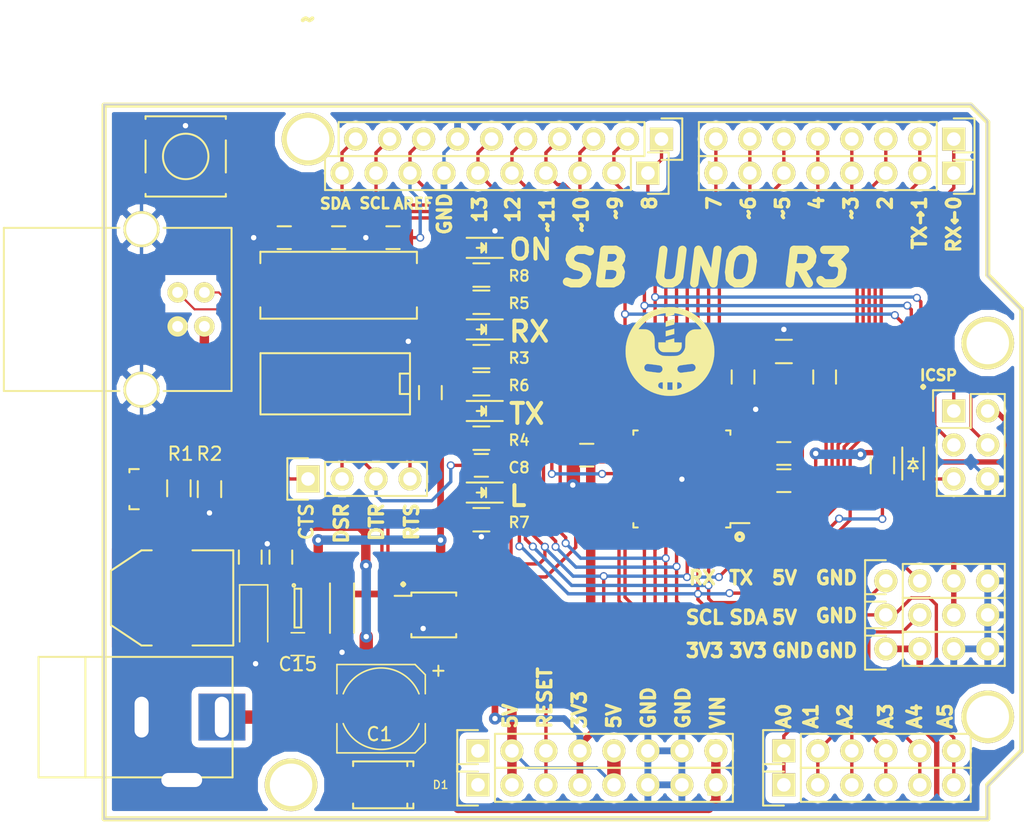
<source format=kicad_pcb>
(kicad_pcb (version 4) (host pcbnew 4.0.6)
  (layers (0 F.Cu signal) (31 B.Cu signal) (34 B.Paste user) (35 F.Paste user) (36 B.SilkS user) (37 F.SilkS user) (38 B.Mask user) (39 F.Mask user) (44 Edge.Cuts user))
  (net 0 "")
  (net 1 VIN)
  (net 2 "Net-(C2-Pad1)")
  (net 3 "Net-(C3-Pad1)")
  (net 4 +5V)
  (net 5 "Net-(C4-Pad2)")
  (net 6 AREF)
  (net 7 "Net-(F1-Pad2)")
  (net 8 +3V3)
  (net 9 SCL)
  (net 10 SDA)
  (net 11 MISO)
  (net 12 SCK)
  (net 13 MOSI)
  (net 14 RESET)
  (net 15 RX)
  (net 16 TX)
  (net 17 IO8)
  (net 18 IO9)
  (net 19 SS)
  (net 20 AD0)
  (net 21 AD1)
  (net 22 AD2)
  (net 23 AD3)
  (net 24 IO2)
  (net 25 IO3)
  (net 26 IO4)
  (net 27 IO5)
  (net 28 IO6)
  (net 29 IO7)
  (net 30 "Net-(R1-Pad2)")
  (net 31 "Net-(R3-Pad2)")
  (net 32 "Net-(R4-Pad2)")
  (net 33 "Net-(D2-Pad2)")
  (net 34 "Net-(D3-Pad2)")
  (net 35 "Net-(D4-Pad2)")
  (net 36 RTS)
  (net 37 DTR)
  (net 38 DSR)
  (net 39 CTS)
  (net 40 "Net-(C14-Pad2)")
  (net 41 "Net-(C13-Pad2)")
  (net 42 "Net-(D6-Pad2)")
  (net 43 "Net-(C15-Pad1)")
  (net 44 "Net-(CON1-Pad1)")
  (net 45 "Net-(R7-Pad2)")
  (net 46 GND)
  (net 47 VUSB)
  (net 48 /D-)
  (net 49 /D+)
  (net 50 "Net-(Q1-Pad1)")
  (module Connect:BARREL_JACK (layer F.Cu) (at 118.678 119.2476)
    (fp_text reference CON1 hide)
    (fp_text value BARREL_JACK)
    (pad 1 thru_hole rect (at 6.20014 0) (size 3.5 3.5) (drill oval 1.05 3.05) (layers *.Cu *.Mask) (net 44 "Net-(CON1-Pad1)"))
    (pad 2 thru_hole rect (at 0.20066 0) (size 3.5 3.5) (drill oval 1.05 3.05) (layers *.Cu *.Mask) (net 46 GND))
    (pad 3 thru_hole rect (at 3.2004 4.699) (size 3.5 3.5) (drill oval 3.05 1.05) (layers *.Cu *.Mask) (net 46 GND))
  )
  (module TO_SOT_Packages_SMD:SOT-223 (layer F.Cu) (at 121.158 110.3376 90)
    (fp_text reference U2 hide)
    (fp_text value NCP1117ST50T3G)
    (pad 2 smd rect (at 0 -3.302 90) (size 3.6576 2.032) (layers F.Cu F.Paste F.Mask) (net 4 +5V))
    (pad 2 smd rect (at 0 3.302 90) (size 1.016 2.032) (layers F.Cu F.Paste F.Mask) (net 4 +5V))
    (pad 3 smd rect (at 2.286 3.302 90) (size 1.016 2.032) (layers F.Cu F.Paste F.Mask) (net 1 VIN))
    (pad 1 smd rect (at -2.286 3.302 90) (size 1.016 2.032) (layers F.Cu F.Paste F.Mask) (net 46 GND))
  )
  (module Pin_Headers:Pin_Header_Straight_1x06 (layer F.Cu) (at 166.878 121.7676 90)
    (fp_text reference P8 (at 0 -5.1 90) (layer F.SilkS))
    (fp_text value CONN_01X06)
    (pad 1 thru_hole rect (at 0 0 90) (size 1.7272 1.7272) (drill 1.016) (layers *.Cu *.Mask F.SilkS) (net 20 AD0))
    (pad 2 thru_hole oval (at 0 2.54 90) (size 1.7272 1.7272) (drill 1.016) (layers *.Cu *.Mask F.SilkS) (net 21 AD1))
    (pad 3 thru_hole oval (at 0 5.08 90) (size 1.7272 1.7272) (drill 1.016) (layers *.Cu *.Mask F.SilkS) (net 22 AD2))
    (pad 4 thru_hole oval (at 0 7.62 90) (size 1.7272 1.7272) (drill 1.016) (layers *.Cu *.Mask F.SilkS) (net 23 AD3))
    (pad 5 thru_hole oval (at 0 10.16 90) (size 1.7272 1.7272) (drill 1.016) (layers *.Cu *.Mask F.SilkS) (net 10 SDA))
    (pad 6 thru_hole oval (at 0 12.7 90) (size 1.7272 1.7272) (drill 1.016) (layers *.Cu *.Mask F.SilkS) (net 9 SCL))
  )
  (module Pin_Headers:Pin_Header_Straight_1x08 (layer F.Cu) (at 144.018 121.7676 90)
    (fp_text reference P6 hide)
    (fp_text value CONN_01X08)
    (pad 1 thru_hole rect (at 0 0 90) (size 1.7272 1.7272) (drill 1.016) (layers *.Cu *.Mask F.SilkS))
    (pad 2 thru_hole oval (at 0 2.54 90) (size 1.7272 1.7272) (drill 1.016) (layers *.Cu *.Mask F.SilkS) (net 4 +5V))
    (pad 3 thru_hole oval (at 0 5.08 90) (size 1.7272 1.7272) (drill 1.016) (layers *.Cu *.Mask F.SilkS) (net 14 RESET))
    (pad 4 thru_hole oval (at 0 7.62 90) (size 1.7272 1.7272) (drill 1.016) (layers *.Cu *.Mask F.SilkS) (net 8 +3V3))
    (pad 5 thru_hole oval (at 0 10.16 90) (size 1.7272 1.7272) (drill 1.016) (layers *.Cu *.Mask F.SilkS) (net 4 +5V))
    (pad 6 thru_hole oval (at 0 12.7 90) (size 1.7272 1.7272) (drill 1.016) (layers *.Cu *.Mask F.SilkS) (net 46 GND))
    (pad 7 thru_hole oval (at 0 15.24 90) (size 1.7272 1.7272) (drill 1.016) (layers *.Cu *.Mask F.SilkS) (net 46 GND))
    (pad 8 thru_hole oval (at 0 17.78 90) (size 1.7272 1.7272) (drill 1.016) (layers *.Cu *.Mask F.SilkS) (net 1 VIN))
  )
  (module Pin_Headers:Pin_Header_Straight_1x08 (layer F.Cu) (at 179.578 78.5876 270)
    (fp_text reference P9 hide)
    (fp_text value CONN_01X08)
    (pad 1 thru_hole rect (at 0 0 270) (size 1.7272 1.7272) (drill 1.016) (layers *.Cu *.Mask F.SilkS) (net 15 RX))
    (pad 2 thru_hole oval (at 0 2.54 270) (size 1.7272 1.7272) (drill 1.016) (layers *.Cu *.Mask F.SilkS) (net 16 TX))
    (pad 3 thru_hole oval (at 0 5.08 270) (size 1.7272 1.7272) (drill 1.016) (layers *.Cu *.Mask F.SilkS) (net 24 IO2))
    (pad 4 thru_hole oval (at 0 7.62 270) (size 1.7272 1.7272) (drill 1.016) (layers *.Cu *.Mask F.SilkS) (net 25 IO3))
    (pad 5 thru_hole oval (at 0 10.16 270) (size 1.7272 1.7272) (drill 1.016) (layers *.Cu *.Mask F.SilkS) (net 26 IO4))
    (pad 6 thru_hole oval (at 0 12.7 270) (size 1.7272 1.7272) (drill 1.016) (layers *.Cu *.Mask F.SilkS) (net 27 IO5))
    (pad 7 thru_hole oval (at 0 15.24 270) (size 1.7272 1.7272) (drill 1.016) (layers *.Cu *.Mask F.SilkS) (net 28 IO6))
    (pad 8 thru_hole oval (at 0 17.78 270) (size 1.7272 1.7272) (drill 1.016) (layers *.Cu *.Mask F.SilkS) (net 29 IO7))
  )
  (module Pin_Headers:Pin_Header_Straight_1x10 (layer F.Cu) (at 156.718 78.5876 270)
    (fp_text reference P7 (at 0 -5.1 270) (layer F.SilkS))
    (fp_text value CONN_01X10)
    (pad 1 thru_hole rect (at 0 0 270) (size 1.7272 1.7272) (drill 1.016) (layers *.Cu *.Mask F.SilkS) (net 17 IO8))
    (pad 2 thru_hole oval (at 0 2.54 270) (size 1.7272 1.7272) (drill 1.016) (layers *.Cu *.Mask F.SilkS) (net 18 IO9))
    (pad 3 thru_hole oval (at 0 5.08 270) (size 1.7272 1.7272) (drill 1.016) (layers *.Cu *.Mask F.SilkS) (net 19 SS))
    (pad 4 thru_hole oval (at 0 7.62 270) (size 1.7272 1.7272) (drill 1.016) (layers *.Cu *.Mask F.SilkS) (net 13 MOSI))
    (pad 5 thru_hole oval (at 0 10.16 270) (size 1.7272 1.7272) (drill 1.016) (layers *.Cu *.Mask F.SilkS) (net 11 MISO))
    (pad 6 thru_hole oval (at 0 12.7 270) (size 1.7272 1.7272) (drill 1.016) (layers *.Cu *.Mask F.SilkS) (net 12 SCK))
    (pad 7 thru_hole oval (at 0 15.24 270) (size 1.7272 1.7272) (drill 1.016) (layers *.Cu *.Mask F.SilkS) (net 46 GND))
    (pad 8 thru_hole oval (at 0 17.78 270) (size 1.7272 1.7272) (drill 1.016) (layers *.Cu *.Mask F.SilkS) (net 6 AREF))
    (pad 9 thru_hole oval (at 0 20.32 270) (size 1.7272 1.7272) (drill 1.016) (layers *.Cu *.Mask F.SilkS) (net 10 SDA))
    (pad 10 thru_hole oval (at 0 22.86 270) (size 1.7272 1.7272) (drill 1.016) (layers *.Cu *.Mask F.SilkS) (net 9 SCL))
  )
  (module footprints:ARDUINO_SHIELD (layer F.Cu) (at 116.078 126.8476)
    (fp_text reference SHIELD** hide)
    (fp_text value ARDUINO_SHIELD hide)
    (pad "" thru_hole circle (at 66.04 -7.62 90) (size 3.937 3.937) (drill 3.175) (layers *.Cu *.Mask F.SilkS))
    (pad "" thru_hole circle (at 66.04 -35.56 90) (size 3.937 3.937) (drill 3.175) (layers *.Cu *.Mask F.SilkS))
    (pad "" thru_hole circle (at 15.24 -50.8 90) (size 3.937 3.937) (drill 3.175) (layers *.Cu *.Mask F.SilkS))
    (pad "" thru_hole circle (at 13.97 -2.54 90) (size 3.937 3.937) (drill 3.175) (layers *.Cu *.Mask F.SilkS))
  )
  (module Pin_Headers:Pin_Header_Straight_1x04 (layer F.Cu) (at 174.498 114.1476 90)
    (fp_text reference P2 hide)
    (fp_text value CONN_01X04)
    (pad 1 thru_hole circle (at 0 0 90) (size 1.7272 1.7272) (drill 1.016) (layers *.Cu *.Mask F.SilkS) (net 8 +3V3))
    (pad 2 thru_hole oval (at 0 2.54 90) (size 1.7272 1.7272) (drill 1.016) (layers *.Cu *.Mask F.SilkS) (net 8 +3V3))
    (pad 3 thru_hole oval (at 0 5.08 90) (size 1.7272 1.7272) (drill 1.016) (layers *.Cu *.Mask F.SilkS) (net 46 GND))
    (pad 4 thru_hole oval (at 0 7.62 90) (size 1.7272 1.7272) (drill 1.016) (layers *.Cu *.Mask F.SilkS) (net 46 GND))
  )
  (module Pin_Headers:Pin_Header_Straight_1x04 (layer F.Cu) (at 174.498 111.6076 90)
    (fp_text reference P3 hide)
    (fp_text value CONN_01X04)
    (pad 1 thru_hole circle (at 0 0 90) (size 1.7272 1.7272) (drill 1.016) (layers *.Cu *.Mask F.SilkS) (net 9 SCL))
    (pad 2 thru_hole oval (at 0 2.54 90) (size 1.7272 1.7272) (drill 1.016) (layers *.Cu *.Mask F.SilkS) (net 10 SDA))
    (pad 3 thru_hole oval (at 0 5.08 90) (size 1.7272 1.7272) (drill 1.016) (layers *.Cu *.Mask F.SilkS) (net 4 +5V))
    (pad 4 thru_hole oval (at 0 7.62 90) (size 1.7272 1.7272) (drill 1.016) (layers *.Cu *.Mask F.SilkS) (net 46 GND))
  )
  (module Pin_Headers:Pin_Header_Straight_2x03 (layer F.Cu) (at 179.578 96.3676)
    (fp_text reference P4 hide)
    (fp_text value CONN_02X03)
    (pad 1 thru_hole rect (at 0 0) (size 1.7272 1.7272) (drill 1.016) (layers *.Cu *.Mask F.SilkS) (net 11 MISO))
    (pad 2 thru_hole oval (at 2.54 0) (size 1.7272 1.7272) (drill 1.016) (layers *.Cu *.Mask F.SilkS) (net 4 +5V))
    (pad 3 thru_hole oval (at 0 2.54) (size 1.7272 1.7272) (drill 1.016) (layers *.Cu *.Mask F.SilkS) (net 12 SCK))
    (pad 4 thru_hole oval (at 2.54 2.54) (size 1.7272 1.7272) (drill 1.016) (layers *.Cu *.Mask F.SilkS) (net 13 MOSI))
    (pad 5 thru_hole oval (at 0 5.08) (size 1.7272 1.7272) (drill 1.016) (layers *.Cu *.Mask F.SilkS) (net 14 RESET))
    (pad 6 thru_hole oval (at 2.54 5.08) (size 1.7272 1.7272) (drill 1.016) (layers *.Cu *.Mask F.SilkS) (net 46 GND))
  )
  (module Pin_Headers:Pin_Header_Straight_1x04 (layer F.Cu) (at 174.498 109.0676 90)
    (fp_text reference P5 hide)
    (fp_text value CONN_01X04)
    (pad 1 thru_hole circle (at 0 0 90) (size 1.7272 1.7272) (drill 1.016) (layers *.Cu *.Mask F.SilkS) (net 15 RX))
    (pad 2 thru_hole oval (at 0 2.54 90) (size 1.7272 1.7272) (drill 1.016) (layers *.Cu *.Mask F.SilkS) (net 16 TX))
    (pad 3 thru_hole oval (at 0 5.08 90) (size 1.7272 1.7272) (drill 1.016) (layers *.Cu *.Mask F.SilkS) (net 4 +5V))
    (pad 4 thru_hole oval (at 0 7.62 90) (size 1.7272 1.7272) (drill 1.016) (layers *.Cu *.Mask F.SilkS) (net 46 GND))
  )
  (module Pin_Headers:Pin_Header_Straight_1x08 (layer F.Cu) (at 144.018 124.3076 90)
    (fp_text reference P6 hide)
    (fp_text value CONN_01X08)
    (pad 1 thru_hole rect (at 0 0 90) (size 1.7272 1.7272) (drill 1.016) (layers *.Cu *.Mask F.SilkS))
    (pad 2 thru_hole oval (at 0 2.54 90) (size 1.7272 1.7272) (drill 1.016) (layers *.Cu *.Mask F.SilkS) (net 4 +5V))
    (pad 3 thru_hole oval (at 0 5.08 90) (size 1.7272 1.7272) (drill 1.016) (layers *.Cu *.Mask F.SilkS) (net 14 RESET))
    (pad 4 thru_hole oval (at 0 7.62 90) (size 1.7272 1.7272) (drill 1.016) (layers *.Cu *.Mask F.SilkS) (net 8 +3V3))
    (pad 5 thru_hole oval (at 0 10.16 90) (size 1.7272 1.7272) (drill 1.016) (layers *.Cu *.Mask F.SilkS) (net 4 +5V))
    (pad 6 thru_hole oval (at 0 12.7 90) (size 1.7272 1.7272) (drill 1.016) (layers *.Cu *.Mask F.SilkS) (net 46 GND))
    (pad 7 thru_hole oval (at 0 15.24 90) (size 1.7272 1.7272) (drill 1.016) (layers *.Cu *.Mask F.SilkS) (net 46 GND))
    (pad 8 thru_hole oval (at 0 17.78 90) (size 1.7272 1.7272) (drill 1.016) (layers *.Cu *.Mask F.SilkS) (net 1 VIN))
  )
  (module Pin_Headers:Pin_Header_Straight_1x10 (layer F.Cu) (at 157.734 76.0476 270)
    (fp_text reference P7 hide)
    (fp_text value CONN_01X10)
    (pad 1 thru_hole rect (at 0 0 270) (size 1.7272 1.7272) (drill 1.016) (layers *.Cu *.Mask F.SilkS) (net 17 IO8))
    (pad 2 thru_hole oval (at 0 2.54 270) (size 1.7272 1.7272) (drill 1.016) (layers *.Cu *.Mask F.SilkS) (net 18 IO9))
    (pad 3 thru_hole oval (at 0 5.08 270) (size 1.7272 1.7272) (drill 1.016) (layers *.Cu *.Mask F.SilkS) (net 19 SS))
    (pad 4 thru_hole oval (at 0 7.62 270) (size 1.7272 1.7272) (drill 1.016) (layers *.Cu *.Mask F.SilkS) (net 13 MOSI))
    (pad 5 thru_hole oval (at 0 10.16 270) (size 1.7272 1.7272) (drill 1.016) (layers *.Cu *.Mask F.SilkS) (net 11 MISO))
    (pad 6 thru_hole oval (at 0 12.7 270) (size 1.7272 1.7272) (drill 1.016) (layers *.Cu *.Mask F.SilkS) (net 12 SCK))
    (pad 7 thru_hole oval (at 0 15.24 270) (size 1.7272 1.7272) (drill 1.016) (layers *.Cu *.Mask F.SilkS) (net 46 GND))
    (pad 8 thru_hole oval (at 0 17.78 270) (size 1.7272 1.7272) (drill 1.016) (layers *.Cu *.Mask F.SilkS) (net 6 AREF))
    (pad 9 thru_hole oval (at 0 20.32 270) (size 1.7272 1.7272) (drill 1.016) (layers *.Cu *.Mask F.SilkS) (net 10 SDA))
    (pad 10 thru_hole oval (at 0 22.86 270) (size 1.7272 1.7272) (drill 1.016) (layers *.Cu *.Mask F.SilkS) (net 9 SCL))
  )
  (module Pin_Headers:Pin_Header_Straight_1x06 (layer F.Cu) (at 166.878 124.3076 90)
    (fp_text reference P8 (at 0 -5.1 90) (layer F.SilkS))
    (fp_text value CONN_01X06)
    (pad 1 thru_hole rect (at 0 0 90) (size 1.7272 1.7272) (drill 1.016) (layers *.Cu *.Mask F.SilkS) (net 20 AD0))
    (pad 2 thru_hole oval (at 0 2.54 90) (size 1.7272 1.7272) (drill 1.016) (layers *.Cu *.Mask F.SilkS) (net 21 AD1))
    (pad 3 thru_hole oval (at 0 5.08 90) (size 1.7272 1.7272) (drill 1.016) (layers *.Cu *.Mask F.SilkS) (net 22 AD2))
    (pad 4 thru_hole oval (at 0 7.62 90) (size 1.7272 1.7272) (drill 1.016) (layers *.Cu *.Mask F.SilkS) (net 23 AD3))
    (pad 5 thru_hole oval (at 0 10.16 90) (size 1.7272 1.7272) (drill 1.016) (layers *.Cu *.Mask F.SilkS) (net 10 SDA))
    (pad 6 thru_hole oval (at 0 12.7 90) (size 1.7272 1.7272) (drill 1.016) (layers *.Cu *.Mask F.SilkS) (net 9 SCL))
  )
  (module Pin_Headers:Pin_Header_Straight_1x08 (layer F.Cu) (at 179.578 76.0476 270)
    (fp_text reference P9 hide)
    (fp_text value CONN_01X08)
    (pad 1 thru_hole rect (at 0 0 270) (size 1.7272 1.7272) (drill 1.016) (layers *.Cu *.Mask F.SilkS) (net 15 RX))
    (pad 2 thru_hole oval (at 0 2.54 270) (size 1.7272 1.7272) (drill 1.016) (layers *.Cu *.Mask F.SilkS) (net 16 TX))
    (pad 3 thru_hole oval (at 0 5.08 270) (size 1.7272 1.7272) (drill 1.016) (layers *.Cu *.Mask F.SilkS) (net 24 IO2))
    (pad 4 thru_hole oval (at 0 7.62 270) (size 1.7272 1.7272) (drill 1.016) (layers *.Cu *.Mask F.SilkS) (net 25 IO3))
    (pad 5 thru_hole oval (at 0 10.16 270) (size 1.7272 1.7272) (drill 1.016) (layers *.Cu *.Mask F.SilkS) (net 26 IO4))
    (pad 6 thru_hole oval (at 0 12.7 270) (size 1.7272 1.7272) (drill 1.016) (layers *.Cu *.Mask F.SilkS) (net 27 IO5))
    (pad 7 thru_hole oval (at 0 15.24 270) (size 1.7272 1.7272) (drill 1.016) (layers *.Cu *.Mask F.SilkS) (net 28 IO6))
    (pad 8 thru_hole oval (at 0 17.78 270) (size 1.7272 1.7272) (drill 1.016) (layers *.Cu *.Mask F.SilkS) (net 29 IO7))
  )
  (module Pin_Headers:Pin_Header_Straight_1x04 (layer F.Cu) (at 131.318 101.4476 90)
    (fp_text reference X1 hide)
    (fp_text value CONN_01X04)
    (pad 1 thru_hole rect (at 0 0 90) (size 2.032 1.7272) (drill 1.016) (layers *.Cu *.Mask F.SilkS) (net 39 CTS))
    (pad 2 thru_hole circle (at 0 2.54 90) (size 1.7272 1.7272) (drill 1.016) (layers *.Cu *.Mask F.SilkS) (net 38 DSR))
    (pad 3 thru_hole circle (at 0 5.08 90) (size 1.7272 1.7272) (drill 1.016) (layers *.Cu *.Mask F.SilkS) (net 37 DTR))
    (pad 4 thru_hole circle (at 0 7.62 90) (size 1.7272 1.7272) (drill 1.016) (layers *.Cu *.Mask F.SilkS) (net 36 RTS))
  )
  (module Housings_QFP:TQFP-32_7x7mm_Pitch0.8mm (layer F.Cu) (at 159.258 101.4476 180)
    (fp_text reference IC1 hide)
    (fp_text value ATMEGA328P-AU)
    (pad 1 smd rect (at -4.25 -2.8 180) (size 1.6 0.55) (layers F.Cu F.Paste F.Mask) (net 25 IO3))
    (pad 2 smd rect (at -4.25 -2 180) (size 1.6 0.55) (layers F.Cu F.Paste F.Mask) (net 26 IO4))
    (pad 3 smd rect (at -4.25 -1.2 180) (size 1.6 0.55) (layers F.Cu F.Paste F.Mask) (net 46 GND))
    (pad 4 smd rect (at -4.25 -0.4 180) (size 1.6 0.55) (layers F.Cu F.Paste F.Mask) (net 4 +5V))
    (pad 5 smd rect (at -4.25 0.4 180) (size 1.6 0.55) (layers F.Cu F.Paste F.Mask) (net 46 GND))
    (pad 6 smd rect (at -4.25 1.2 180) (size 1.6 0.55) (layers F.Cu F.Paste F.Mask) (net 4 +5V))
    (pad 7 smd rect (at -4.25 2 180) (size 1.6 0.55) (layers F.Cu F.Paste F.Mask) (net 41 "Net-(C13-Pad2)"))
    (pad 8 smd rect (at -4.25 2.8 180) (size 1.6 0.55) (layers F.Cu F.Paste F.Mask) (net 40 "Net-(C14-Pad2)"))
    (pad 9 smd rect (at -2.8 4.25 270) (size 1.6 0.55) (layers F.Cu F.Paste F.Mask) (net 27 IO5))
    (pad 10 smd rect (at -2 4.25 270) (size 1.6 0.55) (layers F.Cu F.Paste F.Mask) (net 28 IO6))
    (pad 11 smd rect (at -1.2 4.25 270) (size 1.6 0.55) (layers F.Cu F.Paste F.Mask) (net 29 IO7))
    (pad 12 smd rect (at -0.4 4.25 270) (size 1.6 0.55) (layers F.Cu F.Paste F.Mask) (net 17 IO8))
    (pad 13 smd rect (at 0.4 4.25 270) (size 1.6 0.55) (layers F.Cu F.Paste F.Mask) (net 18 IO9))
    (pad 14 smd rect (at 1.2 4.25 270) (size 1.6 0.55) (layers F.Cu F.Paste F.Mask) (net 19 SS))
    (pad 15 smd rect (at 2 4.25 270) (size 1.6 0.55) (layers F.Cu F.Paste F.Mask) (net 13 MOSI))
    (pad 16 smd rect (at 2.8 4.25 270) (size 1.6 0.55) (layers F.Cu F.Paste F.Mask) (net 11 MISO))
    (pad 17 smd rect (at 4.25 2.8 180) (size 1.6 0.55) (layers F.Cu F.Paste F.Mask) (net 12 SCK))
    (pad 18 smd rect (at 4.25 2 180) (size 1.6 0.55) (layers F.Cu F.Paste F.Mask) (net 4 +5V))
    (pad 19 smd rect (at 4.25 1.2 180) (size 1.6 0.55) (layers F.Cu F.Paste F.Mask))
    (pad 20 smd rect (at 4.25 0.4 180) (size 1.6 0.55) (layers F.Cu F.Paste F.Mask) (net 6 AREF))
    (pad 21 smd rect (at 4.25 -0.4 180) (size 1.6 0.55) (layers F.Cu F.Paste F.Mask) (net 46 GND))
    (pad 22 smd rect (at 4.25 -1.2 180) (size 1.6 0.55) (layers F.Cu F.Paste F.Mask))
    (pad 23 smd rect (at 4.25 -2 180) (size 1.6 0.55) (layers F.Cu F.Paste F.Mask) (net 20 AD0))
    (pad 24 smd rect (at 4.25 -2.8 180) (size 1.6 0.55) (layers F.Cu F.Paste F.Mask) (net 21 AD1))
    (pad 25 smd rect (at 2.8 -4.25 270) (size 1.6 0.55) (layers F.Cu F.Paste F.Mask) (net 22 AD2))
    (pad 26 smd rect (at 2 -4.25 270) (size 1.6 0.55) (layers F.Cu F.Paste F.Mask) (net 23 AD3))
    (pad 27 smd rect (at 1.2 -4.25 270) (size 1.6 0.55) (layers F.Cu F.Paste F.Mask) (net 10 SDA))
    (pad 28 smd rect (at 0.4 -4.25 270) (size 1.6 0.55) (layers F.Cu F.Paste F.Mask) (net 9 SCL))
    (pad 29 smd rect (at -0.4 -4.25 270) (size 1.6 0.55) (layers F.Cu F.Paste F.Mask) (net 14 RESET))
    (pad 30 smd rect (at -1.2 -4.25 270) (size 1.6 0.55) (layers F.Cu F.Paste F.Mask) (net 15 RX))
    (pad 31 smd rect (at -2 -4.25 270) (size 1.6 0.55) (layers F.Cu F.Paste F.Mask) (net 16 TX))
    (pad 32 smd rect (at -2.8 -4.25 270) (size 1.6 0.55) (layers F.Cu F.Paste F.Mask) (net 24 IO2))
  )
  (module Capacitors_SMD:C_0805 (layer F.Cu) (at 133.604 83.4136)
    (fp_text reference C2)
    (fp_text value 22p)
    (pad 1 smd rect (at -1 0) (size 1 1.25) (layers F.Cu F.Paste F.Mask) (net 2 "Net-(C2-Pad1)"))
    (pad 2 smd rect (at 1 0) (size 1 1.25) (layers F.Cu F.Paste F.Mask) (net 46 GND))
  )
  (module Capacitors_SMD:C_0805 (layer F.Cu) (at 129.54 83.4136 180)
    (fp_text reference C3)
    (fp_text value 22p)
    (pad 1 smd rect (at -1 0 180) (size 1 1.25) (layers F.Cu F.Paste F.Mask) (net 3 "Net-(C3-Pad1)"))
    (pad 2 smd rect (at 1 0 180) (size 1 1.25) (layers F.Cu F.Paste F.Mask) (net 46 GND))
  )
  (module Capacitors_SMD:C_0805 (layer F.Cu) (at 140.462 94.996 90)
    (fp_text reference C4)
    (fp_text value 100n)
    (pad 1 smd rect (at -1 0 90) (size 1 1.25) (layers F.Cu F.Paste F.Mask) (net 4 +5V))
    (pad 2 smd rect (at 1 0 90) (size 1 1.25) (layers F.Cu F.Paste F.Mask) (net 5 "Net-(C4-Pad2)"))
  )
  (module Capacitors_SMD:C_0805 (layer F.Cu) (at 129.286 107.2896 90)
    (fp_text reference C6)
    (fp_text value 100n)
    (pad 1 smd rect (at -1 0 90) (size 1 1.25) (layers F.Cu F.Paste F.Mask) (net 4 +5V))
    (pad 2 smd rect (at 1 0 90) (size 1 1.25) (layers F.Cu F.Paste F.Mask) (net 46 GND))
  )
  (module Capacitors_SMD:C_0805 (layer F.Cu) (at 127 107.2896 90)
    (fp_text reference C7)
    (fp_text value 100n)
    (pad 1 smd rect (at -1 0 90) (size 1 1.25) (layers F.Cu F.Paste F.Mask) (net 4 +5V))
    (pad 2 smd rect (at 1 0 90) (size 1 1.25) (layers F.Cu F.Paste F.Mask) (net 46 GND))
  )
  (module Capacitors_SMD:C_0805 (layer F.Cu) (at 144.272 100.4316 180)
    (fp_text reference C8 (at -2.817523 -0.1704 180) (layer F.SilkS) (effects (font (size 0.8 0.8))))
    (fp_text value 100n)
    (pad 1 smd rect (at -1 0 180) (size 1 1.25) (layers F.Cu F.Paste F.Mask) (net 14 RESET))
    (pad 2 smd rect (at 1 0 180) (size 1 1.25) (layers F.Cu F.Paste F.Mask) (net 37 DTR))
  )
  (module Capacitors_SMD:C_0805 (layer F.Cu) (at 166.878 99.5426)
    (fp_text reference C11)
    (fp_text value 100n)
    (pad 1 smd rect (at -1 0) (size 1 1.25) (layers F.Cu F.Paste F.Mask) (net 4 +5V))
    (pad 2 smd rect (at 1 0) (size 1 1.25) (layers F.Cu F.Paste F.Mask) (net 46 GND))
  )
  (module Capacitors_SMD:C_0805 (layer F.Cu) (at 137.668 83.4136 180)
    (fp_text reference C12)
    (fp_text value 100n)
    (pad 1 smd rect (at -1 0 180) (size 1 1.25) (layers F.Cu F.Paste F.Mask) (net 6 AREF))
    (pad 2 smd rect (at 1 0 180) (size 1 1.25) (layers F.Cu F.Paste F.Mask) (net 46 GND))
  )
  (module Capacitors_SMD:C_0805 (layer F.Cu) (at 169.926 93.8276 90)
    (fp_text reference C13)
    (fp_text value 22p)
    (pad 1 smd rect (at -1 0 90) (size 1 1.25) (layers F.Cu F.Paste F.Mask) (net 46 GND))
    (pad 2 smd rect (at 1 0 90) (size 1 1.25) (layers F.Cu F.Paste F.Mask) (net 41 "Net-(C13-Pad2)"))
  )
  (module Capacitors_SMD:C_0805 (layer F.Cu) (at 163.83 93.8276 270)
    (fp_text reference C14)
    (fp_text value 22p)
    (pad 1 smd rect (at -1 0 270) (size 1 1.25) (layers F.Cu F.Paste F.Mask) (net 46 GND))
    (pad 2 smd rect (at 1 0 270) (size 1 1.25) (layers F.Cu F.Paste F.Mask) (net 40 "Net-(C14-Pad2)"))
  )
  (module LEDs:LED_0805 (layer F.Cu) (at 144.272 90.2716 180)
    (fp_text reference D2 hide)
    (fp_text value Led_Small)
    (pad 2 smd rect (at 1.04902 0) (size 1.19888 1.19888) (layers F.Cu F.Paste F.Mask) (net 33 "Net-(D2-Pad2)"))
    (pad 1 smd rect (at -1.04902 0) (size 1.19888 1.19888) (layers F.Cu F.Paste F.Mask) (net 16 TX))
  )
  (module LEDs:LED_0805 (layer F.Cu) (at 144.272 96.3676 180)
    (fp_text reference D3 hide)
    (fp_text value Led_Small)
    (pad 2 smd rect (at 1.04902 0) (size 1.19888 1.19888) (layers F.Cu F.Paste F.Mask) (net 34 "Net-(D3-Pad2)"))
    (pad 1 smd rect (at -1.04902 0) (size 1.19888 1.19888) (layers F.Cu F.Paste F.Mask) (net 15 RX))
  )
  (module LEDs:LED_0805 (layer F.Cu) (at 144.272 102.4636 180)
    (fp_text reference D6 hide)
    (fp_text value Led_Small)
    (pad 2 smd rect (at 1.04902 0) (size 1.19888 1.19888) (layers F.Cu F.Paste F.Mask) (net 42 "Net-(D6-Pad2)"))
    (pad 1 smd rect (at -1.04902 0) (size 1.19888 1.19888) (layers F.Cu F.Paste F.Mask) (net 46 GND))
  )
  (module Resistors_SMD:R_0805 (layer F.Cu) (at 121.666 102.1436 90)
    (fp_text reference R1 (at 2.5756 0.127 180) (layer F.SilkS))
    (fp_text value 10K)
    (pad 1 smd rect (at -0.95 0 90) (size 0.7 1.3) (layers F.Cu F.Paste F.Mask) (net 1 VIN))
    (pad 2 smd rect (at 0.95 0 90) (size 0.7 1.3) (layers F.Cu F.Paste F.Mask) (net 30 "Net-(R1-Pad2)"))
  )
  (module Resistors_SMD:R_0805 (layer F.Cu) (at 123.952 102.2096 270)
    (fp_text reference R2 (at -2.6416 0 360) (layer F.SilkS))
    (fp_text value 10K)
    (pad 1 smd rect (at -0.95 0 270) (size 0.7 1.3) (layers F.Cu F.Paste F.Mask) (net 30 "Net-(R1-Pad2)"))
    (pad 2 smd rect (at 0.95 0 270) (size 0.7 1.3) (layers F.Cu F.Paste F.Mask) (net 46 GND))
  )
  (module Resistors_SMD:R_0805 (layer F.Cu) (at 144.272 92.3036 180)
    (fp_text reference R3 (at -2.817523 -0.1112 180) (layer F.SilkS) (effects (font (size 0.8 0.8))))
    (fp_text value 1K)
    (pad 1 smd rect (at -0.95 0 180) (size 0.7 1.3) (layers F.Cu F.Paste F.Mask) (net 16 TX))
    (pad 2 smd rect (at 0.95 0 180) (size 0.7 1.3) (layers F.Cu F.Paste F.Mask) (net 31 "Net-(R3-Pad2)"))
  )
  (module Resistors_SMD:R_0805 (layer F.Cu) (at 144.272 98.3996 180)
    (fp_text reference R4 (at -2.817523 -0.1556 180) (layer F.SilkS) (effects (font (size 0.8 0.8))))
    (fp_text value 1K)
    (pad 1 smd rect (at -0.95 0 180) (size 0.7 1.3) (layers F.Cu F.Paste F.Mask) (net 15 RX))
    (pad 2 smd rect (at 0.95 0 180) (size 0.7 1.3) (layers F.Cu F.Paste F.Mask) (net 32 "Net-(R4-Pad2)"))
  )
  (module Resistors_SMD:R_0805 (layer F.Cu) (at 144.272 88.2396 180)
    (fp_text reference R5 (at -2.817523 -0.0816 180) (layer F.SilkS) (effects (font (size 0.8 0.8))))
    (fp_text value 10K)
    (pad 1 smd rect (at -0.95 0 180) (size 0.7 1.3) (layers F.Cu F.Paste F.Mask) (net 4 +5V))
    (pad 2 smd rect (at 0.95 0 180) (size 0.7 1.3) (layers F.Cu F.Paste F.Mask) (net 33 "Net-(D2-Pad2)"))
  )
  (module Resistors_SMD:R_0805 (layer F.Cu) (at 144.272 94.3356 180)
    (fp_text reference R6 (at -2.817523 -0.126 180) (layer F.SilkS) (effects (font (size 0.8 0.8))))
    (fp_text value 10K)
    (pad 1 smd rect (at -0.95 0 180) (size 0.7 1.3) (layers F.Cu F.Paste F.Mask) (net 4 +5V))
    (pad 2 smd rect (at 0.95 0 180) (size 0.7 1.3) (layers F.Cu F.Paste F.Mask) (net 34 "Net-(D3-Pad2)"))
  )
  (module Resistors_SMD:R_0805 (layer F.Cu) (at 144.272 104.4956)
    (fp_text reference R7 (at 2.817523 0.2) (layer F.SilkS) (effects (font (size 0.8 0.8))))
    (fp_text value 10K)
    (pad 1 smd rect (at -0.95 0) (size 0.7 1.3) (layers F.Cu F.Paste F.Mask) (net 42 "Net-(D6-Pad2)"))
    (pad 2 smd rect (at 0.95 0) (size 0.7 1.3) (layers F.Cu F.Paste F.Mask) (net 45 "Net-(R7-Pad2)"))
  )
  (module Resistors_SMD:R_0805 (layer F.Cu) (at 144.272 86.2076 180)
    (fp_text reference R8 (at -2.817523 -0.0668 180) (layer F.SilkS) (effects (font (size 0.8 0.8))))
    (fp_text value 10K)
    (pad 1 smd rect (at -0.95 0 180) (size 0.7 1.3) (layers F.Cu F.Paste F.Mask) (net 4 +5V))
    (pad 2 smd rect (at 0.95 0 180) (size 0.7 1.3) (layers F.Cu F.Paste F.Mask) (net 35 "Net-(D4-Pad2)"))
  )
  (module Resistors_SMD:R_0805 (layer F.Cu) (at 174.244 100.4316 270)
    (fp_text reference R9)
    (fp_text value 10K)
    (pad 1 smd rect (at -0.95 0 270) (size 0.7 1.3) (layers F.Cu F.Paste F.Mask) (net 4 +5V))
    (pad 2 smd rect (at 0.95 0 270) (size 0.7 1.3) (layers F.Cu F.Paste F.Mask) (net 14 RESET))
  )
  (module Resistors_SMD:R_0805 (layer F.Cu) (at 166.878 91.9226 180)
    (fp_text reference R10)
    (fp_text value 1M)
    (pad 1 smd rect (at -0.95 0 180) (size 0.7 1.3) (layers F.Cu F.Paste F.Mask) (net 41 "Net-(C13-Pad2)"))
    (pad 2 smd rect (at 0.95 0 180) (size 0.7 1.3) (layers F.Cu F.Paste F.Mask) (net 40 "Net-(C14-Pad2)"))
  )
  (module SMD_Packages:SO-16-N (layer F.Cu) (at 133.35 94.3356 180)
    (fp_text reference U3 hide)
    (fp_text value CH340G)
    (pad 16 smd rect (at -4.445 -3.175 180) (size 0.508 1.143) (layers F.Cu F.Paste F.Mask) (net 4 +5V))
    (pad 14 smd rect (at -1.905 -3.175 180) (size 0.508 1.143) (layers F.Cu F.Paste F.Mask) (net 36 RTS))
    (pad 13 smd rect (at -0.635 -3.175 180) (size 0.508 1.143) (layers F.Cu F.Paste F.Mask) (net 37 DTR))
    (pad 12 smd rect (at 0.635 -3.175 180) (size 0.508 1.143) (layers F.Cu F.Paste F.Mask))
    (pad 11 smd rect (at 1.905 -3.175 180) (size 0.508 1.143) (layers F.Cu F.Paste F.Mask))
    (pad 10 smd rect (at 3.175 -3.175 180) (size 0.508 1.143) (layers F.Cu F.Paste F.Mask) (net 38 DSR))
    (pad 9 smd rect (at 4.445 -3.175 180) (size 0.508 1.143) (layers F.Cu F.Paste F.Mask) (net 39 CTS))
    (pad 8 smd rect (at 4.445 3.175 180) (size 0.508 1.143) (layers F.Cu F.Paste F.Mask) (net 3 "Net-(C3-Pad1)"))
    (pad 7 smd rect (at 3.175 3.175 180) (size 0.508 1.143) (layers F.Cu F.Paste F.Mask) (net 2 "Net-(C2-Pad1)"))
    (pad 6 smd rect (at 1.905 3.175 180) (size 0.508 1.143) (layers F.Cu F.Paste F.Mask) (net 48 /D-))
    (pad 5 smd rect (at 0.635 3.175 180) (size 0.508 1.143) (layers F.Cu F.Paste F.Mask) (net 49 /D+))
    (pad 4 smd rect (at -0.635 3.175 180) (size 0.508 1.143) (layers F.Cu F.Paste F.Mask) (net 5 "Net-(C4-Pad2)"))
    (pad 3 smd rect (at -1.905 3.175 180) (size 0.508 1.143) (layers F.Cu F.Paste F.Mask) (net 31 "Net-(R3-Pad2)"))
    (pad 2 smd rect (at -3.175 3.175 180) (size 0.508 1.143) (layers F.Cu F.Paste F.Mask) (net 32 "Net-(R4-Pad2)"))
    (pad 1 smd rect (at -4.445 3.175 180) (size 0.508 1.143) (layers F.Cu F.Paste F.Mask) (net 46 GND))
    (pad 15 smd rect (at -3.175 -3.175 180) (size 0.508 1.143) (layers F.Cu F.Paste F.Mask))
  )
  (module LEDs:LED_0805 (layer F.Cu) (at 144.272 84.1756 180)
    (fp_text reference D4 hide)
    (fp_text value Led_Small)
    (pad 2 smd rect (at 1.04902 0) (size 1.19888 1.19888) (layers F.Cu F.Paste F.Mask) (net 35 "Net-(D4-Pad2)"))
    (pad 1 smd rect (at -1.04902 0) (size 1.19888 1.19888) (layers F.Cu F.Paste F.Mask) (net 46 GND))
  )
  (module Fuse_Holders_and_Fuses:Fuse_SMD1206_Reflow (layer F.Cu) (at 118.678 98.4476)
    (fp_text reference F1 hide)
    (fp_text value 500mA)
    (pad 1 smd rect (at -1.20396 0 90) (size 2.02946 1.14046) (layers F.Cu F.Paste F.Mask) (net 47 VUSB))
    (pad 2 smd rect (at 1.20396 0 90) (size 2.02946 1.14046) (layers F.Cu F.Paste F.Mask) (net 7 "Net-(F1-Pad2)"))
  )
  (module Connect:USB_B (layer F.Cu) (at 123.571 90.04808 180)
    (fp_text reference P1 hide)
    (fp_text value USB_B)
    (pad 2 thru_hole circle (at 0 2.54 90) (size 1.524 1.524) (drill 0.8128) (layers *.Cu *.Mask F.SilkS) (net 48 /D-))
    (pad 1 thru_hole circle (at 0 0 90) (size 1.524 1.524) (drill 0.8128) (layers *.Cu *.Mask F.SilkS) (net 7 "Net-(F1-Pad2)"))
    (pad 4 thru_hole circle (at 1.99898 0 90) (size 1.524 1.524) (drill 0.8128) (layers *.Cu *.Mask F.SilkS) (net 46 GND))
    (pad 3 thru_hole circle (at 1.99898 2.54 90) (size 1.524 1.524) (drill 0.8128) (layers *.Cu *.Mask F.SilkS) (net 49 /D+))
    (pad 5 thru_hole circle (at 4.699 7.26948 90) (size 2.70002 2.70002) (drill 2.30124) (layers *.Cu *.Mask F.SilkS) (net 46 GND))
    (pad 5 thru_hole circle (at 4.699 -4.72948 90) (size 2.70002 2.70002) (drill 2.30124) (layers *.Cu *.Mask F.SilkS) (net 46 GND))
  )
  (module Capacitors_Tantalum_SMD:TantalC_SizeA_EIA-3216_Reflow (layer F.Cu) (at 133.858 111.3536 270)
    (fp_text reference C9 hide)
    (fp_text value 10u)
    (pad 2 smd rect (at 1.31 0 270) (size 1.8 1.23) (layers F.Cu F.Paste F.Mask) (net 46 GND))
    (pad 1 smd rect (at -1.31 0 270) (size 1.8 1.23) (layers F.Cu F.Paste F.Mask) (net 8 +3V3))
  )
  (module TO_SOT_Packages_SMD:SOT-23-5 (layer F.Cu) (at 130.556 111.0996)
    (fp_text reference U4 hide)
    (fp_text value LP2985-33DBVR)
    (pad 1 smd rect (at -1.1 -0.95) (size 1.06 0.65) (layers F.Cu F.Paste F.Mask) (net 4 +5V))
    (pad 2 smd rect (at -1.1 0) (size 1.06 0.65) (layers F.Cu F.Paste F.Mask) (net 46 GND))
    (pad 3 smd rect (at -1.1 0.95) (size 1.06 0.65) (layers F.Cu F.Paste F.Mask) (net 4 +5V))
    (pad 4 smd rect (at 1.1 0.95) (size 1.06 0.65) (layers F.Cu F.Paste F.Mask) (net 43 "Net-(C15-Pad1)"))
    (pad 5 smd rect (at 1.1 -0.95) (size 1.06 0.65) (layers F.Cu F.Paste F.Mask) (net 8 +3V3))
  )
  (module Crystals:Crystal_HC49-SD_SMD (layer F.Cu) (at 133.604 86.9696 180)
    (fp_text reference Y1 hide)
    (fp_text value 12Mhz)
    (pad 1 smd rect (at -4.84886 0 180) (size 5.6007 2.10058) (layers F.Cu F.Paste F.Mask) (net 2 "Net-(C2-Pad1)"))
    (pad 2 smd rect (at 4.84886 0 180) (size 5.6007 2.10058) (layers F.Cu F.Paste F.Mask) (net 3 "Net-(C3-Pad1)"))
  )
  (module Diodes_SMD:SMA_Standard (layer F.Cu) (at 136.93902 124.3076 180)
    (fp_text reference D1 (at -4.28498 0 180) (layer F.SilkS) (effects (font (size 0.6 0.6) (thickness 0.1))))
    (fp_text value 1A)
    (pad 1 smd rect (at -1.99898 0 180) (size 2.49936 1.80086) (layers F.Cu F.Paste F.Mask) (net 1 VIN))
    (pad 2 smd rect (at 1.99898 0 180) (size 2.49936 1.80086) (layers F.Cu F.Paste F.Mask) (net 44 "Net-(CON1-Pad1)"))
  )
  (module Diodes_SMD:SOD-323 (layer F.Cu) (at 176.53 100.3926 270)
    (fp_text reference D5)
    (fp_text value 1N4148)
    (pad 1 smd rect (at -1.055 0 270) (size 0.59 0.45) (layers F.Cu F.Paste F.Mask) (net 4 +5V))
    (pad 2 smd rect (at 1.055 0 270) (size 0.59 0.45) (layers F.Cu F.Paste F.Mask) (net 14 RESET))
  )
  (module Housings_SSOP:MSOP-8_3x3mm_Pitch0.65mm (layer F.Cu) (at 140.716 111.6076)
    (fp_text reference U1 hide)
    (fp_text value LM358)
    (pad 1 smd rect (at -2.2 -0.975) (size 1.45 0.45) (layers F.Cu F.Paste F.Mask) (net 50 "Net-(Q1-Pad1)"))
    (pad 2 smd rect (at -2.2 -0.325) (size 1.45 0.45) (layers F.Cu F.Paste F.Mask) (net 8 +3V3))
    (pad 3 smd rect (at -2.2 0.325) (size 1.45 0.45) (layers F.Cu F.Paste F.Mask) (net 30 "Net-(R1-Pad2)"))
    (pad 4 smd rect (at -2.2 0.975) (size 1.45 0.45) (layers F.Cu F.Paste F.Mask) (net 46 GND))
    (pad 5 smd rect (at 2.2 0.975) (size 1.45 0.45) (layers F.Cu F.Paste F.Mask) (net 12 SCK))
    (pad 6 smd rect (at 2.2 0.325) (size 1.45 0.45) (layers F.Cu F.Paste F.Mask) (net 45 "Net-(R7-Pad2)"))
    (pad 7 smd rect (at 2.2 -0.325) (size 1.45 0.45) (layers F.Cu F.Paste F.Mask) (net 45 "Net-(R7-Pad2)"))
    (pad 8 smd rect (at 2.2 -0.975) (size 1.45 0.45) (layers F.Cu F.Paste F.Mask) (net 4 +5V))
  )
  (module Buttons_Switches_SMD:SW_SPST_EVPBF (layer F.Cu) (at 122.174 77.343)
    (fp_text reference SW1 hide)
    (fp_text value SW_PUSH)
    (pad 1 smd rect (at 2.875 -2) (size 4.5 1.5) (layers F.Cu F.Paste F.Mask) (net 46 GND))
    (pad 1 smd rect (at -2.875 -2) (size 4.5 1.5) (layers F.Cu F.Paste F.Mask) (net 46 GND))
    (pad 2 smd rect (at -2.875 2) (size 4.5 1.5) (layers F.Cu F.Paste F.Mask) (net 14 RESET))
    (pad 2 smd rect (at 2.875 2) (size 4.5 1.5) (layers F.Cu F.Paste F.Mask) (net 14 RESET))
  )
  (module Capacitors_SMD:C_0805 (layer F.Cu) (at 166.878 101.5746)
    (fp_text reference C10 hide)
    (fp_text value 100n)
    (pad 1 smd rect (at -1 0) (size 1 1.25) (layers F.Cu F.Paste F.Mask) (net 4 +5V))
    (pad 2 smd rect (at 1 0) (size 1 1.25) (layers F.Cu F.Paste F.Mask) (net 46 GND))
  )
  (module Capacitors_SMD:C_0805 (layer F.Cu) (at 152.146 99.6696 180)
    (fp_text reference C16)
    (fp_text value 100n)
    (pad 1 smd rect (at -1 0 180) (size 1 1.25) (layers F.Cu F.Paste F.Mask) (net 4 +5V))
    (pad 2 smd rect (at 1 0 180) (size 1 1.25) (layers F.Cu F.Paste F.Mask) (net 46 GND))
  )
  (module footprints:staticboards_logo_7mmx7mm (layer F.Cu) (at 158.369 91.9226)
    (fp_text reference G*** hide)
    (fp_text value LOGO hide)
  )
  (module TO_SOT_Packages_SMD:SOT-23 (layer F.Cu) (at 118.618 102.2096 90)
    (fp_text reference Q1 hide)
    (fp_text value Q_PMOS_GSD)
    (pad 1 smd rect (at -0.95 1.00076 90) (size 0.8001 0.8001) (layers F.Cu F.Paste F.Mask) (net 50 "Net-(Q1-Pad1)"))
    (pad 2 smd rect (at 0.95 1.00076 90) (size 0.8001 0.8001) (layers F.Cu F.Paste F.Mask) (net 47 VUSB))
    (pad 3 smd rect (at 0 -0.99822 90) (size 0.8001 0.8001) (layers F.Cu F.Paste F.Mask) (net 4 +5V))
  )
  (module footprints:CRYSTAL-SMD-3.2x2.5 (layer F.Cu) (at 166.878 95.0976 270)
    (fp_text reference Y2 hide)
    (fp_text value 16Mhz)
    (pad 1 smd rect (at 1.15 -0.925 270) (size 1.3208 1.0414) (layers F.Cu F.Paste F.Mask) (net 41 "Net-(C13-Pad2)"))
    (pad 2 smd rect (at -1.15 0.925 270) (size 1.3208 1.0414) (layers F.Cu F.Paste F.Mask) (net 40 "Net-(C14-Pad2)"))
    (pad 4 smd rect (at -1.15 -0.925 270) (size 1.3208 1.0414) (layers F.Cu F.Paste F.Mask))
    (pad 3 smd rect (at 1.15 0.925 270) (size 1.3208 1.0414) (layers F.Cu F.Paste F.Mask))
  )
  (module Capacitors_SMD:CP_Elec_6.3x7.7 (layer F.Cu) (at 136.779 118.618 180)
    (fp_text reference C1 (at 0.127 -1.905 180) (layer F.SilkS))
    (fp_text value "47u 25V")
    (fp_text user + (at -4.2799 2.9083 180) (layer F.SilkS))
    (pad 1 smd rect (at -2.7 0) (size 3.5 1.6) (layers F.Cu F.Paste F.Mask) (net 1 VIN))
    (pad 2 smd rect (at 2.7 0) (size 3.5 1.6) (layers F.Cu F.Paste F.Mask) (net 46 GND))
  )
  (module Capacitors_Tantalum_SMD:CP_Tantalum_Case-A_EIA-3216-18_Reflow (layer F.Cu) (at 127.254 112.014 270)
    (fp_text reference C5 hide)
    (fp_text value "10u 6V TANT")
    (pad 1 smd rect (at -1.375 0 270) (size 1.95 1.5) (layers F.Cu F.Paste F.Mask) (net 4 +5V))
    (pad 2 smd rect (at 1.375 0 270) (size 1.95 1.5) (layers F.Cu F.Paste F.Mask) (net 46 GND))
  )
  (module Fiducials:Fiducial_1mm_Dia_2.54mm_Outer_CopperTop (layer F.Cu) (at 118.618 88.773)
    (fp_text reference REF** hide)
    (fp_text value Fiducial_1mm_Dia_2.54mm_Outer_CopperTop)
    (pad ~ smd circle (at 0 0) (size 1 1) (layers F.Cu F.Mask) (clearance 0.77))
  )
  (module Fiducials:Fiducial_1mm_Dia_2.54mm_Outer_CopperTop (layer F.Cu) (at 177.546 105.283)
    (fp_text reference REF** hide)
    (fp_text value Fiducial_1mm_Dia_2.54mm_Outer_CopperTop)
    (pad ~ smd circle (at 0 0) (size 1 1) (layers F.Cu F.Mask) (clearance 0.77))
  )
  (module Fiducials:Fiducial_1mm_Dia_2.54mm_Outer_CopperTop (layer F.Cu) (at 179.578 87.376)
    (fp_text reference REF** hide)
    (fp_text value Fiducial_1mm_Dia_2.54mm_Outer_CopperTop)
    (pad ~ smd circle (at 0 0) (size 1 1) (layers F.Cu F.Mask) (clearance 0.77))
  )
  (module Capacitors_SMD:C_0805 (layer F.Cu) (at 130.556 113.792 180)
    (fp_text reference C15 (at 0 -1.5 180) (layer F.SilkS))
    (fp_text value 10n)
    (pad 1 smd rect (at -1 0 180) (size 1 1.25) (layers F.Cu F.Paste F.Mask) (net 43 "Net-(C15-Pad1)"))
    (pad 2 smd rect (at 1 0 180) (size 1 1.25) (layers F.Cu F.Paste F.Mask) (net 46 GND))
  )
  (gr_text ~ (at 131.318 67.056) (layer F.SilkS) (effects (font (size 1.5 1.5) (thickness 0.3))))
  (gr_text RTS (at 139.064998 104.648 90) (layer F.SilkS) (effects (font (size 1 1) (thickness 0.25))))
  (gr_text DTR (at 136.440332 104.67181 90) (layer F.SilkS) (effects (font (size 1 1) (thickness 0.25))))
  (gr_text DSR (at 133.815666 104.767048 90) (layer F.SilkS) (effects (font (size 1 1) (thickness 0.25))))
  (gr_text CTS (at 131.191 104.648 90) (layer F.SilkS) (effects (font (size 1 1) (thickness 0.2))))
  (gr_text . (at 138.43 108.712) (layer F.SilkS) (effects (font (size 1.5 1.5) (thickness 0.3))))
  (gr_circle (center 163.576 105.7656) (end 163.83 105.7656) (layer F.SilkS) (width 0.3))
  (gr_text GND (at 170.814999 114.2746) (layer F.SilkS) (effects (font (size 1 1) (thickness 0.25))))
  (gr_text GND (at 167.542141 114.2746) (layer F.SilkS) (effects (font (size 1 1) (thickness 0.25))))
  (gr_text 3V3 (at 164.217619 114.2746) (layer F.SilkS) (effects (font (size 1 1) (thickness 0.25))))
  (gr_text 3V3 (at 160.960619 114.2746) (layer F.SilkS) (effects (font (size 1 1) (thickness 0.25))))
  (gr_text GND (at 170.814999 111.6711) (layer F.SilkS) (effects (font (size 1 1) (thickness 0.25))))
  (gr_text 5V (at 166.923094 111.7981) (layer F.SilkS) (effects (font (size 1 1) (thickness 0.25))))
  (gr_text SDA (at 164.241429 111.7981) (layer F.SilkS) (effects (font (size 1 1) (thickness 0.25))))
  (gr_text SCL (at 160.960619 111.7981) (layer F.SilkS) (effects (font (size 1 1) (thickness 0.25))))
  (gr_text GND (at 170.814999 108.839) (layer F.SilkS) (effects (font (size 1 1) (thickness 0.25))))
  (gr_text 5V (at 166.923094 108.839) (layer F.SilkS) (effects (font (size 1 1) (thickness 0.25))))
  (gr_text TX (at 163.69381 108.839) (layer F.SilkS) (effects (font (size 1 1) (thickness 0.25))))
  (gr_text RX (at 160.782 108.839) (layer F.SilkS) (effects (font (size 1 1) (thickness 0.25))))
  (gr_text RX←0 (at 179.577994 82.421457 90) (layer F.SilkS) (effects (font (size 1 1) (thickness 0.25))))
  (gr_text TX→1 (at 177.019852 82.302409 90) (layer F.SilkS) (effects (font (size 1 1) (thickness 0.25))))
  (gr_text 2 (at 174.46171 80.826219 90) (layer F.SilkS) (effects (font (size 1 1) (thickness 0.25))))
  (gr_text ~~3 (at 171.903568 81.183362 90) (layer F.SilkS) (effects (font (size 1 1) (thickness 0.25))))
  (gr_text 4 (at 169.345426 80.826219 90) (layer F.SilkS) (effects (font (size 1 1) (thickness 0.25))))
  (gr_text ~~5 (at 166.787284 81.183362 90) (layer F.SilkS) (effects (font (size 1 1) (thickness 0.25))))
  (gr_text ~~6 (at 164.229142 81.183362 90) (layer F.SilkS) (effects (font (size 1 1) (thickness 0.25))))
  (gr_text 7 (at 161.671 80.826219 90) (layer F.SilkS) (effects (font (size 1 1) (thickness 0.25))))
  (gr_text 8 (at 156.844997 80.826219 90) (layer F.SilkS) (effects (font (size 1 1) (thickness 0.25))))
  (gr_text ~~9 (at 154.290664 81.183362 90) (layer F.SilkS) (effects (font (size 1 1) (thickness 0.25))))
  (gr_text ~~10 (at 151.736331 81.659552 90) (layer F.SilkS) (effects (font (size 1 1) (thickness 0.25))))
  (gr_text ~~11 (at 149.181998 81.659552 90) (layer F.SilkS) (effects (font (size 1 1) (thickness 0.25))))
  (gr_text 12 (at 146.627665 81.302409 90) (layer F.SilkS) (effects (font (size 1 1) (thickness 0.25))))
  (gr_text 13 (at 144.145 81.302409 90) (layer F.SilkS) (effects (font (size 1 1) (thickness 0.25))))
  (gr_text GND (at 141.518999 81.635743 90) (layer F.SilkS) (effects (font (size 1 1) (thickness 0.25))))
  (gr_text AREF (at 139.192 80.8736) (layer F.SilkS) (effects (font (size 0.8 0.8) (thickness 0.2))))
  (gr_text SCL (at 136.285333 80.846933) (layer F.SilkS) (effects (font (size 0.8 0.8) (thickness 0.2))))
  (gr_text SDA (at 133.35 80.8736) (layer F.SilkS) (effects (font (size 0.8 0.8) (thickness 0.2))))
  (gr_text . (at 177.292 93.9546) (layer F.SilkS) (effects (font (size 1.5 1.5) (thickness 0.3))))
  (gr_text ICSP (at 178.435 93.7006) (layer F.SilkS) (effects (font (size 0.8 0.8) (thickness 0.2))))
  (gr_text A5 (at 178.943 119.171934 90) (layer F.SilkS) (effects (font (size 1 1) (thickness 0.25))))
  (gr_text A4 (at 176.657 119.171934 90) (layer F.SilkS) (effects (font (size 1 1) (thickness 0.25))))
  (gr_text A3 (at 174.498 119.171934 90) (layer F.SilkS) (effects (font (size 1 1) (thickness 0.25))))
  (gr_text A2 (at 171.45 119.171934 90) (layer F.SilkS) (effects (font (size 1 1) (thickness 0.25))))
  (gr_text A1 (at 168.91 119.171934 90) (layer F.SilkS) (effects (font (size 1 1) (thickness 0.25))))
  (gr_text A0 (at 166.878 119.171934 90) (layer F.SilkS) (effects (font (size 1 1) (thickness 0.25))))
  (gr_text VIN (at 161.924992 118.88622 90) (layer F.SilkS) (effects (font (size 1 1) (thickness 0.25))))
  (gr_text GND (at 156.760328 118.552887 90) (layer F.SilkS) (effects (font (size 1 1) (thickness 0.25))))
  (gr_text GND (at 159.34266 118.552887 90) (layer F.SilkS) (effects (font (size 1 1) (thickness 0.25))))
  (gr_text 5V (at 146.431 119.171934 90) (layer F.SilkS) (effects (font (size 1 1) (thickness 0.25))))
  (gr_text 3V3 (at 151.595664 118.695744 90) (layer F.SilkS) (effects (font (size 1 1) (thickness 0.25))))
  (gr_text RESET (at 149.013332 117.814791 90) (layer F.SilkS) (effects (font (size 1 1) (thickness 0.25))))
  (gr_text 5V (at 154.177996 119.171934 90) (layer F.SilkS) (effects (font (size 1 1) (thickness 0.25))))
  (gr_text "SB UNO R3" (at 160.909 85.6996) (layer F.SilkS) (effects (font (size 2.5 2.5) (thickness 0.625) italic)))
  (gr_text L (at 146.990714 102.7238) (layer F.SilkS) (effects (font (size 1.5 1.5) (thickness 0.3))))
  (gr_text ON (at 147.955 84.3026) (layer F.SilkS) (effects (font (size 1.5 1.5) (thickness 0.3))))
  (gr_text TX (at 147.669285 96.5834) (layer F.SilkS) (effects (font (size 1.5 1.5) (thickness 0.3))))
  (gr_text RX (at 147.847856 90.443) (layer F.SilkS) (effects (font (size 1.5 1.5) (thickness 0.3))))
  (gr_line (start 116.078 73.4476) (end 116.078 126.8476) (layer Edge.Cuts) (width 0.15))
  (gr_line (start 180.878 73.4476) (end 116.078 73.4476) (layer Edge.Cuts) (width 0.15))
  (gr_line (start 182.078 74.6476) (end 180.878 73.4476) (layer Edge.Cuts) (width 0.15))
  (gr_line (start 182.078 74.8476) (end 182.078 74.6476) (layer Edge.Cuts) (width 0.15))
  (gr_line (start 182.078 86.2476) (end 182.078 74.8476) (layer Edge.Cuts) (width 0.15))
  (gr_line (start 184.678 88.8476) (end 182.078 86.2476) (layer Edge.Cuts) (width 0.15))
  (gr_line (start 184.678 121.8476) (end 184.678 88.8476) (layer Edge.Cuts) (width 0.15))
  (gr_line (start 182.078 124.4476) (end 184.678 121.8476) (layer Edge.Cuts) (width 0.15))
  (gr_line (start 182.078 126.8476) (end 182.078 124.4476) (layer Edge.Cuts) (width 0.15))
  (gr_line (start 116.078 126.8476) (end 182.078 126.8476) (layer Edge.Cuts) (width 0.15))
  (segment (start 161.798 124.3076) (end 161.798 125.528914) (width 0.7) (layer F.Cu) (net 1))
  (segment (start 161.798 125.528914) (end 161.259009 126.067905) (width 0.7) (layer F.Cu) (net 1))
  (segment (start 161.259009 126.067905) (end 142.52896 126.067905) (width 0.7) (layer F.Cu) (net 1))
  (segment (start 142.52896 126.067905) (end 140.768655 124.3076) (width 0.7) (layer F.Cu) (net 1))
  (segment (start 140.768655 124.3076) (end 138.938 124.3076) (width 0.7) (layer F.Cu) (net 1))
  (segment (start 139.479 118.618) (end 139.479 116.818) (width 1) (layer F.Cu) (net 1))
  (segment (start 139.479 116.818) (end 138.739 116.078) (width 1) (layer F.Cu) (net 1))
  (segment (start 138.739 116.078) (end 137.286495 116.078) (width 1) (layer F.Cu) (net 1))
  (segment (start 137.286495 116.078) (end 135.668194 114.459699) (width 1) (layer F.Cu) (net 1))
  (segment (start 135.668194 114.459699) (end 135.668194 113.232493) (width 1) (layer F.Cu) (net 1))
  (segment (start 138.938 124.3076) (end 138.938 119.159) (width 1) (layer F.Cu) (net 1))
  (segment (start 138.938 119.159) (end 139.479 118.618) (width 1) (layer F.Cu) (net 1))
  (segment (start 135.675724 113.240023) (end 135.668194 113.232493) (width 0.7) (layer F.Cu) (net 1))
  (segment (start 124.46 104.981706) (end 135.179516 104.981706) (width 0.7) (layer F.Cu) (net 1))
  (segment (start 135.179516 104.981706) (end 135.634131 105.436321) (width 0.7) (layer F.Cu) (net 1))
  (segment (start 135.634131 105.436321) (end 135.634131 107.904576) (width 0.7) (layer F.Cu) (net 1))
  (segment (start 135.634131 107.904576) (end 135.646497 107.916942) (width 0.7) (layer F.Cu) (net 1))
  (segment (start 135.668194 107.938639) (end 135.646497 107.916942) (width 0.7) (layer B.Cu) (net 1))
  (segment (start 135.668194 113.232493) (end 135.668194 107.938639) (width 0.7) (layer B.Cu) (net 1))
  (via (at 135.646497 107.916942) (size 0.9) (drill 0.4) (layers F.Cu B.Cu) (net 1))
  (via (at 135.668194 113.232493) (size 0.9) (drill 0.4) (layers F.Cu B.Cu) (net 1))
  (segment (start 124.46 104.981706) (end 122.406106 104.981706) (width 0.7) (layer F.Cu) (net 1))
  (segment (start 122.406106 104.981706) (end 121.666 104.2416) (width 0.7) (layer F.Cu) (net 1))
  (segment (start 121.666 104.2416) (end 121.666 103.0936) (width 0.7) (layer F.Cu) (net 1))
  (segment (start 124.46 107.0356) (end 124.46 104.981706) (width 0.7) (layer F.Cu) (net 1))
  (segment (start 124.46 107.0356) (end 124.46 108.0516) (width 0.7) (layer F.Cu) (net 1))
  (segment (start 161.798 121.7676) (end 161.798 122.988914) (width 0.7) (layer F.Cu) (net 1))
  (segment (start 161.798 122.988914) (end 161.798 124.3076) (width 0.7) (layer F.Cu) (net 1))
  (segment (start 138.45286 86.9696) (end 138.45286 88.600511) (width 0.25) (layer F.Cu) (net 2))
  (segment (start 138.45286 88.600511) (end 138.062913 88.990458) (width 0.25) (layer F.Cu) (net 2))
  (segment (start 138.062913 88.990458) (end 130.78717 88.990458) (width 0.25) (layer F.Cu) (net 2))
  (segment (start 130.78717 88.990458) (end 130.175 89.602628) (width 0.25) (layer F.Cu) (net 2))
  (segment (start 130.175 89.602628) (end 130.175 90.3391) (width 0.25) (layer F.Cu) (net 2))
  (segment (start 130.175 90.3391) (end 130.175 91.1606) (width 0.25) (layer F.Cu) (net 2))
  (segment (start 138.45286 86.9696) (end 138.45286 85.66931) (width 0.25) (layer F.Cu) (net 2))
  (segment (start 138.45286 85.66931) (end 137.46715 84.6836) (width 0.25) (layer F.Cu) (net 2))
  (segment (start 137.46715 84.6836) (end 132.999 84.6836) (width 0.25) (layer F.Cu) (net 2))
  (segment (start 132.999 84.6836) (end 132.604 84.2886) (width 0.25) (layer F.Cu) (net 2))
  (segment (start 132.604 84.2886) (end 132.604 83.4136) (width 0.25) (layer F.Cu) (net 2))
  (segment (start 130.54 83.4136) (end 130.54 85.18474) (width 0.25) (layer F.Cu) (net 3))
  (segment (start 130.54 85.18474) (end 128.75514 86.9696) (width 0.25) (layer F.Cu) (net 3))
  (segment (start 128.905 91.1606) (end 128.905 87.11946) (width 0.25) (layer F.Cu) (net 3))
  (segment (start 128.905 87.11946) (end 128.75514 86.9696) (width 0.25) (layer F.Cu) (net 3))
  (segment (start 182.827929 106.986071) (end 183.563384 106.250616) (width 0.4) (layer F.Cu) (net 4))
  (segment (start 183.563384 106.250616) (end 183.563384 103.762687) (width 0.4) (layer F.Cu) (net 4))
  (segment (start 180.34 106.986071) (end 179.578 107.748071) (width 0.4) (layer F.Cu) (net 4))
  (segment (start 180.34 106.986071) (end 182.827929 106.986071) (width 0.4) (layer F.Cu) (net 4))
  (segment (start 140.462 98.119301) (end 140.462 97.536) (width 0.5) (layer F.Cu) (net 4))
  (segment (start 140.462 97.536) (end 140.462 95.996) (width 0.5) (layer F.Cu) (net 4))
  (segment (start 137.795 97.5106) (end 140.4366 97.5106) (width 0.5) (layer F.Cu) (net 4))
  (segment (start 140.4366 97.5106) (end 140.462 97.536) (width 0.5) (layer F.Cu) (net 4))
  (segment (start 141.224 98.881301) (end 140.462 98.119301) (width 0.5) (layer F.Cu) (net 4))
  (segment (start 117.61978 102.2096) (end 117.61978 110.10138) (width 0.7) (layer F.Cu) (net 4))
  (segment (start 117.61978 110.10138) (end 117.856 110.3376) (width 0.7) (layer F.Cu) (net 4))
  (segment (start 141.224 99.4156) (end 141.224 98.881301) (width 0.5) (layer F.Cu) (net 4))
  (segment (start 183.563384 97.203773) (end 183.563384 100.1776) (width 0.4) (layer F.Cu) (net 4))
  (segment (start 183.563384 100.1776) (end 183.563384 103.762687) (width 0.4) (layer F.Cu) (net 4))
  (segment (start 182.933835 100.1776) (end 183.563384 100.1776) (width 0.4) (layer F.Cu) (net 4))
  (segment (start 182.118 96.3676) (end 182.727211 96.3676) (width 0.4) (layer F.Cu) (net 4))
  (segment (start 182.727211 96.3676) (end 183.563384 97.203773) (width 0.4) (layer F.Cu) (net 4))
  (segment (start 179.578 107.748071) (end 179.578 109.0676) (width 0.4) (layer F.Cu) (net 4))
  (segment (start 146.558 114.0206) (end 146.558 112.194556) (width 0.7) (layer F.Cu) (net 4))
  (segment (start 152.443727 99.902341) (end 152.676468 99.6696) (width 0.7) (layer F.Cu) (net 4))
  (segment (start 152.676468 99.6696) (end 153.146 99.6696) (width 0.7) (layer F.Cu) (net 4))
  (segment (start 146.558 112.194556) (end 147.398956 111.3536) (width 0.7) (layer F.Cu) (net 4))
  (segment (start 147.398956 111.3536) (end 151.984894 111.3536) (width 0.7) (layer F.Cu) (net 4))
  (segment (start 151.984894 111.3536) (end 152.443727 110.894767) (width 0.7) (layer F.Cu) (net 4))
  (segment (start 152.443727 110.894767) (end 152.443727 99.902341) (width 0.7) (layer F.Cu) (net 4))
  (segment (start 180.848 100.1776) (end 178.258135 100.1776) (width 0.4) (layer F.Cu) (net 4))
  (segment (start 178.258135 100.1776) (end 177.418135 99.3376) (width 0.4) (layer F.Cu) (net 4))
  (segment (start 177.418135 99.3376) (end 176.53 99.3376) (width 0.4) (layer F.Cu) (net 4))
  (segment (start 182.933835 100.1776) (end 180.848 100.1776) (width 0.4) (layer F.Cu) (net 4))
  (segment (start 141.226992 110.5916) (end 141.226992 113.229286) (width 0.7) (layer F.Cu) (net 4))
  (segment (start 141.226992 106.022592) (end 141.226992 110.5916) (width 0.7) (layer F.Cu) (net 4))
  (segment (start 141.226992 110.5916) (end 142.875 110.5916) (width 0.5) (layer F.Cu) (net 4))
  (segment (start 142.875 110.5916) (end 142.890999 110.607599) (width 0.5) (layer F.Cu) (net 4))
  (segment (start 142.890999 110.607599) (end 142.916 110.607599) (width 0.5) (layer F.Cu) (net 4))
  (segment (start 141.224 106.0196) (end 141.226992 106.022592) (width 0.7) (layer F.Cu) (net 4))
  (segment (start 141.226992 113.229286) (end 142.018306 114.0206) (width 0.7) (layer F.Cu) (net 4))
  (segment (start 142.018306 114.0206) (end 146.558 114.0206) (width 0.7) (layer F.Cu) (net 4))
  (segment (start 146.558 116.6876) (end 146.558 114.0206) (width 0.7) (layer F.Cu) (net 4))
  (segment (start 169.323233 99.606999) (end 169.258834 99.5426) (width 0.7) (layer B.Cu) (net 4))
  (segment (start 169.258834 102.368766) (end 169.258834 100.178996) (width 0.25) (layer F.Cu) (net 4))
  (segment (start 168.656 102.9716) (end 169.258834 102.368766) (width 0.25) (layer F.Cu) (net 4))
  (segment (start 167.15 102.9716) (end 168.656 102.9716) (width 0.25) (layer F.Cu) (net 4))
  (segment (start 172.6089 99.606999) (end 169.323233 99.606999) (width 0.7) (layer B.Cu) (net 4))
  (segment (start 169.258834 100.178996) (end 169.258834 99.5426) (width 0.25) (layer F.Cu) (net 4))
  (segment (start 165.878 101.5746) (end 165.878 101.6996) (width 0.25) (layer F.Cu) (net 4))
  (segment (start 172.734299 99.4816) (end 172.6089 99.606999) (width 0.25) (layer F.Cu) (net 4))
  (segment (start 165.878 101.6996) (end 167.15 102.9716) (width 0.25) (layer F.Cu) (net 4))
  (segment (start 174.244 99.4816) (end 172.734299 99.4816) (width 0.4) (layer F.Cu) (net 4))
  (via (at 169.258834 99.5426) (size 0.9) (drill 0.4) (layers F.Cu B.Cu) (net 4))
  (via (at 172.6089 99.606999) (size 0.9) (drill 0.4) (layers F.Cu B.Cu) (net 4))
  (segment (start 165.878 101.5746) (end 165.605 101.8476) (width 0.25) (layer F.Cu) (net 4))
  (segment (start 165.605 101.8476) (end 163.508 101.8476) (width 0.25) (layer F.Cu) (net 4))
  (segment (start 165.878 99.5426) (end 165.128 99.5426) (width 0.25) (layer F.Cu) (net 4))
  (segment (start 165.128 99.5426) (end 164.423 100.2476) (width 0.25) (layer F.Cu) (net 4))
  (segment (start 164.423 100.2476) (end 163.508 100.2476) (width 0.25) (layer F.Cu) (net 4))
  (segment (start 152.908 123.0376) (end 154.178 124.3076) (width 0.25) (layer B.Cu) (net 4))
  (segment (start 141.224 99.4156) (end 141.224 106.0196) (width 0.5) (layer F.Cu) (net 4))
  (via (at 141.224 106.0196) (size 0.9) (drill 0.4) (layers F.Cu B.Cu) (net 4))
  (segment (start 132.08 106.0196) (end 141.224 106.0196) (width 0.7) (layer B.Cu) (net 4))
  (segment (start 132.08 107.2896) (end 132.08 106.0196) (width 0.7) (layer F.Cu) (net 4))
  (via (at 132.08 106.0196) (size 0.9) (drill 0.4) (layers F.Cu B.Cu) (net 4))
  (segment (start 131.08 108.2896) (end 132.08 107.2896) (width 0.7) (layer F.Cu) (net 4))
  (segment (start 129.286 108.2896) (end 131.08 108.2896) (width 0.7) (layer F.Cu) (net 4))
  (segment (start 143.891002 99.4156) (end 141.224 99.4156) (width 0.25) (layer F.Cu) (net 4))
  (segment (start 142.916 110.6326) (end 142.416 110.6326) (width 0.25) (layer F.Cu) (net 4))
  (segment (start 144.272 88.5896) (end 144.272 94.3356) (width 0.25) (layer F.Cu) (net 4))
  (segment (start 144.272 94.3356) (end 144.272 99.034602) (width 0.25) (layer F.Cu) (net 4))
  (segment (start 144.622 94.3356) (end 144.272 94.3356) (width 0.25) (layer F.Cu) (net 4))
  (segment (start 145.222 88.2396) (end 144.622 88.2396) (width 0.25) (layer F.Cu) (net 4))
  (segment (start 144.622 88.2396) (end 144.272 88.5896) (width 0.25) (layer F.Cu) (net 4))
  (segment (start 144.272 99.034602) (end 143.891002 99.4156) (width 0.25) (layer F.Cu) (net 4))
  (segment (start 145.222 94.3356) (end 144.622 94.3356) (width 0.25) (layer F.Cu) (net 4))
  (segment (start 146.558 116.6876) (end 146.558 121.7676) (width 0.7) (layer F.Cu) (net 4))
  (segment (start 124.46 110.3376) (end 117.856 110.3376) (width 0.25) (layer F.Cu) (net 4))
  (segment (start 127.254 110.5916) (end 124.714 110.5916) (width 0.25) (layer F.Cu) (net 4))
  (segment (start 124.714 110.5916) (end 124.46 110.3376) (width 0.25) (layer F.Cu) (net 4))
  (segment (start 127.254 110.5916) (end 127.254 108.5436) (width 0.25) (layer F.Cu) (net 4))
  (segment (start 127.254 108.5436) (end 127 108.2896) (width 0.25) (layer F.Cu) (net 4))
  (segment (start 129.456 110.1496) (end 129.456 108.4596) (width 0.25) (layer F.Cu) (net 4))
  (segment (start 129.456 108.4596) (end 129.286 108.2896) (width 0.25) (layer F.Cu) (net 4))
  (segment (start 129.456 110.1496) (end 127.696 110.1496) (width 0.25) (layer F.Cu) (net 4))
  (segment (start 127.696 110.1496) (end 127.254 110.5916) (width 0.25) (layer F.Cu) (net 4))
  (segment (start 129.456 112.0496) (end 128.676 112.0496) (width 0.5) (layer F.Cu) (net 4))
  (segment (start 128.676 112.0496) (end 127.254 110.6276) (width 0.5) (layer F.Cu) (net 4))
  (segment (start 127.254 110.6276) (end 127.254 110.5916) (width 0.25) (layer F.Cu) (net 4))
  (segment (start 161.841413 98.994641) (end 161.841413 100.1776) (width 0.25) (layer F.Cu) (net 4))
  (segment (start 161.841413 100.1776) (end 161.841413 101.361268) (width 0.25) (layer F.Cu) (net 4))
  (segment (start 163.508 100.2476) (end 161.911413 100.2476) (width 0.25) (layer F.Cu) (net 4))
  (segment (start 161.911413 100.2476) (end 161.841413 100.1776) (width 0.25) (layer F.Cu) (net 4))
  (segment (start 155.008 99.4476) (end 156.058 99.4476) (width 0.25) (layer F.Cu) (net 4))
  (segment (start 156.058 99.4476) (end 156.852 98.6536) (width 0.25) (layer F.Cu) (net 4))
  (segment (start 162.327745 101.8476) (end 163.508 101.8476) (width 0.25) (layer F.Cu) (net 4))
  (segment (start 156.852 98.6536) (end 161.500372 98.6536) (width 0.25) (layer F.Cu) (net 4))
  (segment (start 161.500372 98.6536) (end 161.841413 98.994641) (width 0.25) (layer F.Cu) (net 4))
  (segment (start 161.841413 101.361268) (end 162.327745 101.8476) (width 0.25) (layer F.Cu) (net 4))
  (segment (start 152.908 123.0376) (end 147.828 123.0376) (width 0.25) (layer B.Cu) (net 4))
  (segment (start 147.828 123.0376) (end 146.558 121.7676) (width 0.25) (layer B.Cu) (net 4))
  (segment (start 155.008 99.4476) (end 153.368 99.4476) (width 0.25) (layer F.Cu) (net 4))
  (segment (start 153.368 99.4476) (end 153.146 99.6696) (width 0.25) (layer F.Cu) (net 4))
  (segment (start 179.578 109.0676) (end 179.578 110.288914) (width 0.4) (layer F.Cu) (net 4))
  (segment (start 179.578 110.288914) (end 179.578 111.6076) (width 0.4) (layer F.Cu) (net 4))
  (segment (start 180.841099 100.184501) (end 180.848 100.1776) (width 0.25) (layer F.Cu) (net 4))
  (segment (start 176.53 99.3376) (end 174.388 99.3376) (width 0.4) (layer F.Cu) (net 4))
  (segment (start 174.388 99.3376) (end 174.244 99.4816) (width 0.25) (layer F.Cu) (net 4))
  (segment (start 154.178 124.3076) (end 154.178 121.7676) (width 1) (layer F.Cu) (net 4))
  (segment (start 146.558 124.3076) (end 146.558 123.086286) (width 0.7) (layer F.Cu) (net 4))
  (segment (start 146.558 123.086286) (end 146.558 121.7676) (width 0.7) (layer F.Cu) (net 4))
  (segment (start 145.222 86.2076) (end 145.222 88.2396) (width 0.25) (layer F.Cu) (net 4))
  (segment (start 133.985 91.1606) (end 133.985 91.9821) (width 0.25) (layer F.Cu) (net 5))
  (segment (start 133.985 91.9821) (end 134.421249 92.418349) (width 0.25) (layer F.Cu) (net 5))
  (segment (start 134.421249 92.418349) (end 139.634349 92.418349) (width 0.25) (layer F.Cu) (net 5))
  (segment (start 139.634349 92.418349) (end 140.462 93.246) (width 0.25) (layer F.Cu) (net 5))
  (segment (start 140.462 93.246) (end 140.462 93.996) (width 0.25) (layer F.Cu) (net 5))
  (segment (start 153.312747 101.0476) (end 153.293747 101.0666) (width 0.25) (layer F.Cu) (net 6))
  (via (at 153.293747 101.0666) (size 0.6) (drill 0.4) (layers F.Cu B.Cu) (net 6))
  (segment (start 149.538572 101.0666) (end 153.293747 101.0666) (width 0.25) (layer B.Cu) (net 6))
  (segment (start 155.008 101.0476) (end 153.312747 101.0476) (width 0.25) (layer F.Cu) (net 6))
  (segment (start 139.801599 79.451199) (end 138.938 78.5876) (width 0.25) (layer F.Cu) (net 6))
  (segment (start 147.203754 80.524001) (end 140.874401 80.524001) (width 0.25) (layer F.Cu) (net 6))
  (segment (start 149.538572 82.858819) (end 147.203754 80.524001) (width 0.25) (layer F.Cu) (net 6))
  (segment (start 140.874401 80.524001) (end 139.801599 79.451199) (width 0.25) (layer F.Cu) (net 6))
  (segment (start 149.538572 101.0666) (end 149.538572 82.858819) (width 0.25) (layer F.Cu) (net 6))
  (via (at 149.538572 101.0666) (size 0.6) (drill 0.4) (layers F.Cu B.Cu) (net 6))
  (segment (start 149.479 101.0666) (end 149.538572 101.0666) (width 0.25) (layer B.Cu) (net 6))
  (segment (start 138.668 83.4136) (end 139.7 83.4136) (width 0.25) (layer F.Cu) (net 6))
  (via (at 139.7 83.4136) (size 0.6) (drill 0.4) (layers F.Cu B.Cu) (net 6))
  (segment (start 139.7 80.6196) (end 139.7 83.4136) (width 0.25) (layer B.Cu) (net 6))
  (segment (start 138.938 79.8576) (end 139.7 80.6196) (width 0.25) (layer B.Cu) (net 6))
  (segment (start 138.938 79.808914) (end 138.938 79.8576) (width 0.25) (layer B.Cu) (net 6))
  (segment (start 138.938 78.5876) (end 138.938 79.808914) (width 0.25) (layer B.Cu) (net 6))
  (segment (start 138.938 78.5876) (end 138.938 77.0636) (width 0.25) (layer F.Cu) (net 6))
  (segment (start 138.938 77.0636) (end 139.954 76.0476) (width 0.25) (layer F.Cu) (net 6))
  (segment (start 119.88196 98.4476) (end 119.88196 97.246344) (width 0.7) (layer F.Cu) (net 7))
  (segment (start 119.88196 97.246344) (end 123.571 93.557304) (width 0.7) (layer F.Cu) (net 7))
  (segment (start 123.571 93.557304) (end 123.571 91.12571) (width 0.7) (layer F.Cu) (net 7))
  (segment (start 123.571 91.12571) (end 123.571 90.04808) (width 0.7) (layer F.Cu) (net 7))
  (segment (start 137.104022 111.252) (end 137.104022 113.305644) (width 0.5) (layer F.Cu) (net 8))
  (segment (start 137.104022 113.305644) (end 138.432294 114.633916) (width 0.5) (layer F.Cu) (net 8))
  (segment (start 138.432294 114.633916) (end 140.795916 114.633916) (width 0.5) (layer F.Cu) (net 8))
  (segment (start 140.795916 114.633916) (end 141.919376 115.757376) (width 0.5) (layer F.Cu) (net 8))
  (segment (start 141.919376 115.757376) (end 143.570376 115.757376) (width 0.5) (layer F.Cu) (net 8))
  (segment (start 143.570376 115.757376) (end 145.288 117.475) (width 0.5) (layer F.Cu) (net 8))
  (segment (start 145.288 117.475) (end 145.288 119.3546) (width 0.5) (layer F.Cu) (net 8))
  (segment (start 138.516 111.2826) (end 137.134622 111.2826) (width 0.4) (layer F.Cu) (net 8))
  (segment (start 137.104022 111.252) (end 137.104022 110.434022) (width 0.5) (layer F.Cu) (net 8))
  (segment (start 137.134622 111.2826) (end 137.104022 111.252) (width 0.4) (layer F.Cu) (net 8))
  (segment (start 137.104022 110.434022) (end 136.7136 110.0436) (width 0.5) (layer F.Cu) (net 8))
  (segment (start 136.7136 110.0436) (end 133.858 110.0436) (width 0.5) (layer F.Cu) (net 8))
  (segment (start 151.638 121.7676) (end 151.638 121.313637) (width 0.5) (layer F.Cu) (net 8))
  (segment (start 151.638 121.313637) (end 153.216037 119.7356) (width 0.5) (layer F.Cu) (net 8))
  (segment (start 153.216037 119.7356) (end 163.655379 119.7356) (width 0.5) (layer F.Cu) (net 8))
  (segment (start 163.655379 119.7356) (end 164.348949 120.42917) (width 0.5) (layer F.Cu) (net 8))
  (segment (start 164.348949 120.42917) (end 164.348949 125.080549) (width 0.5) (layer F.Cu) (net 8))
  (segment (start 164.348949 125.080549) (end 165.267762 125.999362) (width 0.5) (layer F.Cu) (net 8))
  (segment (start 165.267762 125.999362) (end 177.632238 125.999362) (width 0.5) (layer F.Cu) (net 8))
  (segment (start 177.632238 125.999362) (end 178.303425 125.328175) (width 0.5) (layer F.Cu) (net 8))
  (segment (start 150.446314 119.3546) (end 145.288 119.3546) (width 0.5) (layer B.Cu) (net 8))
  (via (at 145.288 119.3546) (size 0.9) (drill 0.4) (layers F.Cu B.Cu) (net 8))
  (segment (start 151.638 121.7676) (end 151.638 120.546286) (width 0.5) (layer B.Cu) (net 8))
  (segment (start 151.638 120.546286) (end 150.446314 119.3546) (width 0.5) (layer B.Cu) (net 8))
  (segment (start 177.038 119.86401) (end 177.038 115.368914) (width 0.5) (layer F.Cu) (net 8))
  (segment (start 178.303425 121.129435) (end 177.038 119.86401) (width 0.4) (layer F.Cu) (net 8))
  (segment (start 177.038 115.368914) (end 177.038 114.1476) (width 0.5) (layer F.Cu) (net 8))
  (segment (start 178.303425 125.328175) (end 178.303425 121.129435) (width 0.4) (layer F.Cu) (net 8))
  (segment (start 131.656 110.1496) (end 133.752 110.1496) (width 0.5) (layer F.Cu) (net 8))
  (segment (start 133.752 110.1496) (end 133.858 110.0436) (width 0.5) (layer F.Cu) (net 8))
  (segment (start 174.498 114.1476) (end 177.038 114.1476) (width 0.5) (layer F.Cu) (net 8))
  (segment (start 151.638 124.3076) (end 151.638 123.086286) (width 0.5) (layer F.Cu) (net 8))
  (segment (start 151.638 123.086286) (end 151.638 121.7676) (width 0.5) (layer F.Cu) (net 8))
  (segment (start 133.858 78.5876) (end 133.858 80.26361) (width 0.25) (layer F.Cu) (net 9))
  (segment (start 133.858 80.26361) (end 135.055847 81.461457) (width 0.25) (layer F.Cu) (net 9))
  (segment (start 135.055847 81.461457) (end 146.845785 81.461457) (width 0.25) (layer F.Cu) (net 9))
  (segment (start 146.845785 81.461457) (end 148.463551 83.079223) (width 0.25) (layer F.Cu) (net 9))
  (segment (start 148.463551 83.079223) (end 148.463551 104.736301) (width 0.25) (layer F.Cu) (net 9))
  (segment (start 148.463551 104.736301) (end 149.818253 106.091003) (width 0.25) (layer F.Cu) (net 9))
  (segment (start 149.818253 106.091003) (end 149.818253 106.515267) (width 0.25) (layer F.Cu) (net 9))
  (segment (start 179.578 121.7676) (end 179.578 120.775181) (width 0.25) (layer F.Cu) (net 9))
  (segment (start 179.578 120.775181) (end 178.275475 119.472656) (width 0.25) (layer F.Cu) (net 9))
  (segment (start 178.275475 119.472656) (end 178.275475 110.848389) (width 0.25) (layer F.Cu) (net 9))
  (segment (start 178.275475 110.848389) (end 177.764686 110.3376) (width 0.25) (layer F.Cu) (net 9))
  (segment (start 177.764686 110.3376) (end 176.40441 110.3376) (width 0.25) (layer F.Cu) (net 9))
  (segment (start 176.40441 110.3376) (end 175.13441 111.6076) (width 0.25) (layer F.Cu) (net 9))
  (segment (start 175.13441 111.6076) (end 174.498 111.6076) (width 0.25) (layer F.Cu) (net 9))
  (segment (start 149.818253 106.515267) (end 151.341865 108.038879) (width 0.25) (layer B.Cu) (net 9))
  (segment (start 151.341865 108.038879) (end 158.812632 108.038879) (width 0.25) (layer B.Cu) (net 9))
  (segment (start 158.812632 108.038879) (end 158.862247 107.989264) (width 0.25) (layer B.Cu) (net 9))
  (segment (start 158.858 107.985017) (end 158.862247 107.989264) (width 0.25) (layer F.Cu) (net 9))
  (segment (start 158.858 105.6976) (end 158.858 107.985017) (width 0.25) (layer F.Cu) (net 9))
  (segment (start 158.862247 110.576847) (end 158.862247 108.413528) (width 0.25) (layer F.Cu) (net 9))
  (segment (start 159.892999 111.607599) (end 158.862247 110.576847) (width 0.25) (layer F.Cu) (net 9))
  (segment (start 158.862247 108.413528) (end 158.862247 107.989264) (width 0.25) (layer F.Cu) (net 9))
  (segment (start 174.498 111.6076) (end 159.892999 111.607599) (width 0.25) (layer F.Cu) (net 9))
  (via (at 158.862247 107.989264) (size 0.6) (drill 0.4) (layers F.Cu B.Cu) (net 9))
  (via (at 149.818253 106.515267) (size 0.6) (drill 0.4) (layers F.Cu B.Cu) (net 9))
  (segment (start 179.578 121.7676) (end 179.578 124.3076) (width 0.25) (layer F.Cu) (net 9))
  (segment (start 133.858 78.5876) (end 133.858 77.0636) (width 0.25) (layer F.Cu) (net 9))
  (segment (start 133.858 77.0636) (end 134.874 76.0476) (width 0.25) (layer F.Cu) (net 9))
  (segment (start 136.398 78.5876) (end 136.398 80.166431) (width 0.25) (layer F.Cu) (net 10))
  (segment (start 136.398 80.166431) (end 137.205581 80.974012) (width 0.25) (layer F.Cu) (net 10))
  (segment (start 137.205581 80.974012) (end 146.994751 80.974012) (width 0.25) (layer F.Cu) (net 10))
  (segment (start 146.994751 80.974012) (end 148.913562 82.892823) (width 0.25) (layer F.Cu) (net 10))
  (segment (start 148.913562 82.892823) (end 148.913562 104.164899) (width 0.25) (layer F.Cu) (net 10))
  (segment (start 148.913562 104.164899) (end 150.572247 105.823584) (width 0.25) (layer F.Cu) (net 10))
  (segment (start 150.572247 105.823584) (end 150.572247 106.247848) (width 0.25) (layer F.Cu) (net 10))
  (segment (start 158.058 107.361752) (end 158.047138 107.372614) (width 0.25) (layer F.Cu) (net 10))
  (segment (start 158.047138 107.796878) (end 158.047138 107.372614) (width 0.25) (layer F.Cu) (net 10))
  (segment (start 173.228 112.8776) (end 159.510589 112.8776) (width 0.25) (layer F.Cu) (net 10))
  (segment (start 158.058 105.6976) (end 158.058 107.361752) (width 0.25) (layer F.Cu) (net 10))
  (segment (start 158.047138 111.414149) (end 158.047138 107.796878) (width 0.25) (layer F.Cu) (net 10))
  (segment (start 157.622874 107.372614) (end 158.047138 107.372614) (width 0.25) (layer B.Cu) (net 10))
  (segment (start 150.572247 106.247848) (end 151.697013 107.372614) (width 0.25) (layer B.Cu) (net 10))
  (segment (start 151.697013 107.372614) (end 157.622874 107.372614) (width 0.25) (layer B.Cu) (net 10))
  (segment (start 159.510589 112.8776) (end 158.047138 111.414149) (width 0.25) (layer F.Cu) (net 10))
  (via (at 158.047138 107.372614) (size 0.6) (drill 0.4) (layers F.Cu B.Cu) (net 10))
  (via (at 150.572247 106.247848) (size 0.6) (drill 0.4) (layers F.Cu B.Cu) (net 10))
  (segment (start 173.228 112.8776) (end 173.228 119.2276) (width 0.25) (layer F.Cu) (net 10))
  (segment (start 173.228 119.2276) (end 174.244 120.2436) (width 0.25) (layer F.Cu) (net 10))
  (segment (start 174.244 120.2436) (end 175.514 120.2436) (width 0.25) (layer F.Cu) (net 10))
  (segment (start 175.514 120.2436) (end 177.038 121.7676) (width 0.25) (layer F.Cu) (net 10))
  (segment (start 175.768 112.8776) (end 173.228 112.8776) (width 0.25) (layer F.Cu) (net 10))
  (segment (start 177.038 121.7676) (end 177.038 124.3076) (width 0.25) (layer F.Cu) (net 10))
  (segment (start 177.038 111.6076) (end 175.768 112.8776) (width 0.25) (layer F.Cu) (net 10))
  (segment (start 136.398 78.5876) (end 136.398 77.0636) (width 0.25) (layer F.Cu) (net 10))
  (segment (start 136.398 77.0636) (end 137.414 76.0476) (width 0.25) (layer F.Cu) (net 10))
  (segment (start 156.458 88.067233) (end 156.458 88.491497) (width 0.25) (layer F.Cu) (net 11))
  (segment (start 156.458 86.067192) (end 156.458 88.067233) (width 0.25) (layer F.Cu) (net 11))
  (segment (start 150.76729 80.376482) (end 156.458 86.067192) (width 0.25) (layer F.Cu) (net 11))
  (segment (start 148.349936 80.376482) (end 150.76729 80.376482) (width 0.25) (layer F.Cu) (net 11))
  (segment (start 147.424653 79.451199) (end 148.349936 80.376482) (width 0.25) (layer F.Cu) (net 11))
  (segment (start 147.421599 79.451199) (end 147.424653 79.451199) (width 0.25) (layer F.Cu) (net 11))
  (segment (start 146.558 78.5876) (end 147.421599 79.451199) (width 0.25) (layer F.Cu) (net 11))
  (segment (start 179.578 96.3676) (end 179.578 94.283348) (width 0.25) (layer F.Cu) (net 11))
  (segment (start 179.578 94.283348) (end 178.608336 93.313683) (width 0.25) (layer F.Cu) (net 11))
  (segment (start 178.608336 93.313683) (end 178.608336 91.973496) (width 0.25) (layer F.Cu) (net 11))
  (segment (start 178.608336 91.973496) (end 176.402593 89.767753) (width 0.25) (layer F.Cu) (net 11))
  (segment (start 176.402593 89.767753) (end 176.402593 88.791532) (width 0.25) (layer F.Cu) (net 11))
  (segment (start 176.402593 88.791532) (end 176.102594 88.491533) (width 0.25) (layer F.Cu) (net 11))
  (segment (start 176.102558 88.491497) (end 176.102594 88.491533) (width 0.25) (layer B.Cu) (net 11))
  (segment (start 156.458 88.491497) (end 176.102558 88.491497) (width 0.25) (layer B.Cu) (net 11))
  (via (at 176.102594 88.491533) (size 0.6) (drill 0.4) (layers F.Cu B.Cu) (net 11))
  (segment (start 156.458 97.1976) (end 156.458 88.491497) (width 0.25) (layer F.Cu) (net 11))
  (via (at 156.458 88.491497) (size 0.6) (drill 0.4) (layers F.Cu B.Cu) (net 11))
  (segment (start 147.574 76.0476) (end 146.558 77.0636) (width 0.25) (layer F.Cu) (net 11))
  (segment (start 146.558 77.0636) (end 146.558 78.5876) (width 0.25) (layer F.Cu) (net 11))
  (segment (start 142.916 112.5826) (end 144.141298 112.5826) (width 0.25) (layer F.Cu) (net 12))
  (segment (start 144.141298 112.5826) (end 145.796 110.927898) (width 0.25) (layer F.Cu) (net 12))
  (segment (start 145.796 110.927898) (end 145.796 109.8296) (width 0.25) (layer F.Cu) (net 12))
  (segment (start 151.324577 105.420744) (end 150.164112 104.260279) (width 0.25) (layer F.Cu) (net 12))
  (segment (start 145.796 109.8296) (end 146.854059 108.771541) (width 0.25) (layer F.Cu) (net 12))
  (segment (start 149.106419 108.771541) (end 151.324577 106.553383) (width 0.25) (layer F.Cu) (net 12))
  (segment (start 146.854059 108.771541) (end 149.106419 108.771541) (width 0.25) (layer F.Cu) (net 12))
  (segment (start 150.164112 104.260279) (end 150.164112 98.876922) (width 0.25) (layer F.Cu) (net 12))
  (segment (start 151.324577 106.553383) (end 151.324577 105.420744) (width 0.25) (layer F.Cu) (net 12))
  (segment (start 150.164112 98.876922) (end 150.393434 98.6476) (width 0.25) (layer F.Cu) (net 12))
  (segment (start 150.393434 98.6476) (end 155.008 98.6476) (width 0.25) (layer F.Cu) (net 12))
  (segment (start 155.008 89.1286) (end 155.008 85.255097) (width 0.25) (layer F.Cu) (net 12))
  (segment (start 155.008 85.255097) (end 150.579396 80.826493) (width 0.25) (layer F.Cu) (net 12))
  (segment (start 150.579396 80.826493) (end 148.163537 80.826493) (width 0.25) (layer F.Cu) (net 12))
  (segment (start 148.163537 80.826493) (end 147.411034 80.07399) (width 0.25) (layer F.Cu) (net 12))
  (segment (start 147.411034 80.07399) (end 145.50439 80.07399) (width 0.25) (layer F.Cu) (net 12))
  (segment (start 145.50439 80.07399) (end 144.018 78.5876) (width 0.25) (layer F.Cu) (net 12))
  (segment (start 178.158325 97.487925) (end 178.158325 92.19331) (width 0.25) (layer F.Cu) (net 12))
  (segment (start 179.578 98.9076) (end 178.158325 97.487925) (width 0.25) (layer F.Cu) (net 12))
  (segment (start 178.158325 92.19331) (end 175.171497 89.206482) (width 0.25) (layer F.Cu) (net 12))
  (segment (start 175.093615 89.1286) (end 175.171497 89.206482) (width 0.25) (layer B.Cu) (net 12))
  (segment (start 155.008 89.1286) (end 175.093615 89.1286) (width 0.25) (layer B.Cu) (net 12))
  (via (at 175.171497 89.206482) (size 0.6) (drill 0.4) (layers F.Cu B.Cu) (net 12))
  (segment (start 145.034 76.0476) (end 144.018 77.0636) (width 0.25) (layer F.Cu) (net 12))
  (segment (start 144.018 77.0636) (end 144.018 78.5876) (width 0.25) (layer F.Cu) (net 12))
  (segment (start 155.008 98.6476) (end 155.008 89.1286) (width 0.25) (layer F.Cu) (net 12))
  (via (at 155.008 89.1286) (size 0.6) (drill 0.4) (layers F.Cu B.Cu) (net 12))
  (segment (start 182.118 98.9076) (end 180.856643 97.646243) (width 0.25) (layer F.Cu) (net 13))
  (segment (start 180.856643 97.646243) (end 180.856643 94.92558) (width 0.25) (layer F.Cu) (net 13))
  (segment (start 180.856643 94.92558) (end 179.058347 93.127284) (width 0.25) (layer F.Cu) (net 13))
  (segment (start 179.058347 93.127284) (end 179.058347 91.787047) (width 0.25) (layer F.Cu) (net 13))
  (segment (start 179.058347 91.787047) (end 177.117542 89.846242) (width 0.25) (layer F.Cu) (net 13))
  (segment (start 177.117542 89.846242) (end 177.117542 88.209597) (width 0.25) (layer F.Cu) (net 13))
  (segment (start 177.117542 88.209597) (end 176.817543 87.909598) (width 0.25) (layer F.Cu) (net 13))
  (segment (start 176.762138 87.854193) (end 176.817543 87.909598) (width 0.25) (layer B.Cu) (net 13))
  (segment (start 157.258 87.854193) (end 176.762138 87.854193) (width 0.25) (layer B.Cu) (net 13))
  (via (at 176.817543 87.909598) (size 0.6) (drill 0.4) (layers F.Cu B.Cu) (net 13))
  (segment (start 157.258 87.429929) (end 157.258 87.854193) (width 0.25) (layer F.Cu) (net 13))
  (segment (start 157.258 86.230782) (end 157.258 87.429929) (width 0.25) (layer F.Cu) (net 13))
  (segment (start 150.478417 79.451199) (end 157.258 86.230782) (width 0.25) (layer F.Cu) (net 13))
  (segment (start 149.961599 79.451199) (end 150.478417 79.451199) (width 0.25) (layer F.Cu) (net 13))
  (segment (start 149.098 78.5876) (end 149.961599 79.451199) (width 0.25) (layer F.Cu) (net 13))
  (segment (start 157.258 97.1976) (end 157.258 87.854193) (width 0.25) (layer F.Cu) (net 13))
  (via (at 157.258 87.854193) (size 0.6) (drill 0.4) (layers F.Cu B.Cu) (net 13))
  (segment (start 150.114 76.0476) (end 149.098 77.0636) (width 0.25) (layer F.Cu) (net 13))
  (segment (start 149.098 77.0636) (end 149.098 78.5876) (width 0.25) (layer F.Cu) (net 13))
  (segment (start 125.049 79.343) (end 128.103847 79.343) (width 0.25) (layer F.Cu) (net 14))
  (segment (start 128.103847 79.343) (end 130.7018 81.940953) (width 0.25) (layer F.Cu) (net 14))
  (segment (start 130.7018 81.940953) (end 146.68887 81.940953) (width 0.25) (layer F.Cu) (net 14))
  (segment (start 146.68887 81.940953) (end 148.01354 83.265623) (width 0.25) (layer F.Cu) (net 14))
  (segment (start 148.01354 83.265623) (end 148.01354 105.511785) (width 0.25) (layer F.Cu) (net 14))
  (segment (start 148.01354 105.511785) (end 148.718243 106.216488) (width 0.25) (layer F.Cu) (net 14))
  (segment (start 148.718243 106.216488) (end 149.018242 106.516487) (width 0.25) (layer F.Cu) (net 14))
  (segment (start 119.299 79.343) (end 125.049 79.343) (width 0.4) (layer F.Cu) (net 14))
  (segment (start 145.272 100.4316) (end 146.012121 100.4316) (width 0.25) (layer F.Cu) (net 14))
  (segment (start 147.040374 107.7976) (end 148.59 107.7976) (width 0.25) (layer F.Cu) (net 14))
  (segment (start 146.012121 100.4316) (end 146.488517 100.907996) (width 0.25) (layer F.Cu) (net 14))
  (segment (start 146.488517 107.245743) (end 147.040374 107.7976) (width 0.25) (layer F.Cu) (net 14))
  (segment (start 146.488517 100.907996) (end 146.488517 107.245743) (width 0.25) (layer F.Cu) (net 14))
  (segment (start 148.59 107.7976) (end 149.018242 107.369358) (width 0.25) (layer F.Cu) (net 14))
  (segment (start 149.018242 107.369358) (end 149.018242 106.516487) (width 0.25) (layer F.Cu) (net 14))
  (segment (start 153.416 108.71223) (end 159.569282 108.71223) (width 0.25) (layer B.Cu) (net 14))
  (segment (start 159.569282 108.71223) (end 159.639 108.781948) (width 0.25) (layer B.Cu) (net 14))
  (segment (start 162.020348 108.781948) (end 165.53798 105.264316) (width 0.25) (layer F.Cu) (net 14))
  (segment (start 165.53798 105.264316) (end 165.53798 105.247207) (width 0.25) (layer F.Cu) (net 14))
  (segment (start 171.009863 104.411074) (end 170.17373 105.247207) (width 0.25) (layer F.Cu) (net 14))
  (segment (start 170.17373 105.247207) (end 165.53798 105.247207) (width 0.25) (layer F.Cu) (net 14))
  (segment (start 171.037184 104.438395) (end 171.009863 104.411074) (width 0.25) (layer B.Cu) (net 14))
  (segment (start 174.236796 104.438395) (end 171.037184 104.438395) (width 0.25) (layer B.Cu) (net 14))
  (via (at 171.009863 104.411074) (size 0.6) (drill 0.4) (layers F.Cu B.Cu) (net 14))
  (segment (start 174.244 104.431191) (end 174.236796 104.438395) (width 0.25) (layer F.Cu) (net 14))
  (segment (start 174.244 101.3816) (end 174.244 104.431191) (width 0.25) (layer F.Cu) (net 14))
  (via (at 174.236796 104.438395) (size 0.6) (drill 0.4) (layers F.Cu B.Cu) (net 14))
  (segment (start 149.098 121.7676) (end 149.098 113.316021) (width 0.25) (layer F.Cu) (net 14))
  (segment (start 152.645554 112.448223) (end 153.416 111.677777) (width 0.25) (layer F.Cu) (net 14))
  (segment (start 149.098 113.316021) (end 149.965798 112.448223) (width 0.25) (layer F.Cu) (net 14))
  (segment (start 149.965798 112.448223) (end 152.645554 112.448223) (width 0.25) (layer F.Cu) (net 14))
  (segment (start 153.416 111.677777) (end 153.416 108.71223) (width 0.25) (layer F.Cu) (net 14))
  (segment (start 153.416 108.71223) (end 151.130104 108.71223) (width 0.25) (layer B.Cu) (net 14))
  (via (at 153.416 108.71223) (size 0.6) (drill 0.4) (layers F.Cu B.Cu) (net 14))
  (segment (start 151.130104 108.71223) (end 149.018242 106.600368) (width 0.25) (layer B.Cu) (net 14))
  (segment (start 149.018242 106.600368) (end 149.018242 106.516487) (width 0.25) (layer B.Cu) (net 14))
  (via (at 162.020348 108.781948) (size 0.6) (drill 0.4) (layers F.Cu B.Cu) (net 14))
  (segment (start 159.639 108.781948) (end 162.020348 108.781948) (width 0.25) (layer B.Cu) (net 14))
  (via (at 149.018242 106.516487) (size 0.6) (drill 0.4) (layers F.Cu B.Cu) (net 14))
  (segment (start 159.658 105.6976) (end 159.658 108.762948) (width 0.25) (layer F.Cu) (net 14))
  (via (at 159.639 108.781948) (size 0.6) (drill 0.4) (layers F.Cu B.Cu) (net 14))
  (segment (start 159.658 108.762948) (end 159.639 108.781948) (width 0.25) (layer F.Cu) (net 14))
  (segment (start 176.53 101.4476) (end 179.578 101.4476) (width 0.25) (layer F.Cu) (net 14))
  (segment (start 174.244 101.3816) (end 176.464 101.3816) (width 0.25) (layer F.Cu) (net 14))
  (segment (start 176.464 101.3816) (end 176.53 101.4476) (width 0.25) (layer F.Cu) (net 14))
  (segment (start 149.098 124.3076) (end 149.098 121.7676) (width 0.25) (layer F.Cu) (net 14))
  (segment (start 145.222 98.3996) (end 145.968737 98.3996) (width 0.25) (layer F.Cu) (net 15))
  (segment (start 145.968737 98.3996) (end 147.113518 99.544381) (width 0.25) (layer F.Cu) (net 15))
  (segment (start 147.113518 99.544381) (end 147.113518 106.059376) (width 0.25) (layer F.Cu) (net 15))
  (segment (start 147.113518 106.059376) (end 147.113518 106.48364) (width 0.25) (layer F.Cu) (net 15))
  (segment (start 162.814 109.982) (end 166.363939 109.982) (width 0.25) (layer F.Cu) (net 15))
  (segment (start 166.363939 109.982) (end 171.833898 104.512041) (width 0.25) (layer F.Cu) (net 15))
  (segment (start 174.153171 96.947321) (end 174.153171 82.715226) (width 0.25) (layer F.Cu) (net 15))
  (segment (start 171.833898 104.512041) (end 171.833898 99.266594) (width 0.25) (layer F.Cu) (net 15))
  (segment (start 175.678289 81.190108) (end 178.089092 81.190108) (width 0.25) (layer F.Cu) (net 15))
  (segment (start 171.833898 99.266594) (end 174.153171 96.947321) (width 0.25) (layer F.Cu) (net 15))
  (segment (start 174.153171 82.715226) (end 175.678289 81.190108) (width 0.25) (layer F.Cu) (net 15))
  (segment (start 178.089092 81.190108) (end 179.578 79.7012) (width 0.25) (layer F.Cu) (net 15))
  (segment (start 179.578 79.7012) (end 179.578 78.5876) (width 0.25) (layer F.Cu) (net 15))
  (segment (start 160.458 110.031959) (end 162.764041 110.031959) (width 0.25) (layer B.Cu) (net 15))
  (segment (start 162.764041 110.031959) (end 162.814 109.982) (width 0.25) (layer B.Cu) (net 15))
  (via (at 162.814 109.982) (size 0.6) (drill 0.4) (layers F.Cu B.Cu) (net 15))
  (segment (start 160.458 105.6976) (end 160.458 110.031959) (width 0.25) (layer F.Cu) (net 15))
  (segment (start 160.458 110.031959) (end 160.458 110.456223) (width 0.25) (layer F.Cu) (net 15))
  (segment (start 160.458 110.456223) (end 161.159367 111.15759) (width 0.25) (layer F.Cu) (net 15))
  (segment (start 161.159367 111.15759) (end 172.40801 111.15759) (width 0.25) (layer F.Cu) (net 15))
  (segment (start 172.40801 111.15759) (end 174.498 109.0676) (width 0.25) (layer F.Cu) (net 15))
  (segment (start 147.217572 106.48364) (end 147.113518 106.48364) (width 0.25) (layer B.Cu) (net 15))
  (segment (start 150.765891 110.031959) (end 147.217572 106.48364) (width 0.25) (layer B.Cu) (net 15))
  (via (at 147.113518 106.48364) (size 0.6) (drill 0.4) (layers F.Cu B.Cu) (net 15))
  (segment (start 145.32102 96.3676) (end 145.32102 98.30058) (width 0.25) (layer F.Cu) (net 15))
  (segment (start 145.32102 98.30058) (end 145.222 98.3996) (width 0.25) (layer F.Cu) (net 15))
  (segment (start 160.458 110.031959) (end 150.765891 110.031959) (width 0.25) (layer B.Cu) (net 15))
  (via (at 160.458 110.031959) (size 0.6) (drill 0.4) (layers F.Cu B.Cu) (net 15))
  (segment (start 179.578 78.5876) (end 179.578 76.0476) (width 0.25) (layer F.Cu) (net 15))
  (segment (start 177.038 78.5876) (end 177.038 79.171181) (width 0.25) (layer F.Cu) (net 16))
  (segment (start 171.383887 102.899062) (end 169.485753 104.797196) (width 0.25) (layer F.Cu) (net 16))
  (segment (start 177.038 79.171181) (end 173.70316 82.506021) (width 0.25) (layer F.Cu) (net 16))
  (segment (start 173.70316 82.506021) (end 173.70316 96.729324) (width 0.25) (layer F.Cu) (net 16))
  (segment (start 173.70316 96.729324) (end 171.383887 99.048597) (width 0.25) (layer F.Cu) (net 16))
  (segment (start 171.383887 99.048597) (end 171.383887 102.899062) (width 0.25) (layer F.Cu) (net 16))
  (segment (start 169.485753 104.797196) (end 165.35158 104.797196) (width 0.25) (layer F.Cu) (net 16))
  (segment (start 162.986177 107.1626) (end 161.258 107.1626) (width 0.25) (layer F.Cu) (net 16))
  (segment (start 165.35158 104.797196) (end 162.986177 107.1626) (width 0.25) (layer F.Cu) (net 16))
  (via (at 161.248349 109.406949) (size 0.6) (drill 0.4) (layers F.Cu B.Cu) (net 16))
  (segment (start 161.258 109.4486) (end 161.258 107.1626) (width 0.25) (layer F.Cu) (net 16))
  (segment (start 177.038 109.0676) (end 176.997522 109.0676) (width 0.25) (layer F.Cu) (net 16))
  (segment (start 176.997522 109.0676) (end 175.447139 107.517217) (width 0.25) (layer F.Cu) (net 16))
  (segment (start 175.447139 107.517217) (end 173.643067 107.517217) (width 0.25) (layer F.Cu) (net 16))
  (segment (start 173.643067 107.517217) (end 172.935508 108.224776) (width 0.25) (layer F.Cu) (net 16))
  (segment (start 172.935508 108.224776) (end 172.935508 109.683214) (width 0.25) (layer F.Cu) (net 16))
  (segment (start 172.935508 109.683214) (end 171.930906 110.687816) (width 0.25) (layer F.Cu) (net 16))
  (segment (start 171.930906 110.687816) (end 161.553734 110.687816) (width 0.25) (layer F.Cu) (net 16))
  (segment (start 161.553734 110.687816) (end 161.258 110.392082) (width 0.25) (layer F.Cu) (net 16))
  (segment (start 161.258 110.392082) (end 161.258 109.4486) (width 0.25) (layer F.Cu) (net 16))
  (segment (start 161.258 105.6976) (end 161.258 107.1626) (width 0.25) (layer F.Cu) (net 16))
  (segment (start 177.038 78.5876) (end 177.038 76.0476) (width 0.25) (layer F.Cu) (net 16))
  (segment (start 148.116407 106.498564) (end 147.563529 105.945686) (width 0.25) (layer F.Cu) (net 16))
  (segment (start 147.563529 93.32751) (end 146.539619 92.3036) (width 0.25) (layer F.Cu) (net 16))
  (segment (start 147.563529 105.945686) (end 147.563529 93.32751) (width 0.25) (layer F.Cu) (net 16))
  (segment (start 146.539619 92.3036) (end 145.222 92.3036) (width 0.25) (layer F.Cu) (net 16))
  (segment (start 145.32102 90.2716) (end 145.32102 91.12104) (width 0.25) (layer F.Cu) (net 16))
  (segment (start 145.32102 90.2716) (end 145.32102 92.20458) (width 0.25) (layer F.Cu) (net 16))
  (segment (start 145.32102 92.20458) (end 145.222 92.3036) (width 0.25) (layer F.Cu) (net 16))
  (segment (start 161.248349 109.406949) (end 151.024792 109.406949) (width 0.25) (layer B.Cu) (net 16))
  (segment (start 151.024792 109.406949) (end 148.416406 106.798563) (width 0.25) (layer B.Cu) (net 16))
  (segment (start 148.416406 106.798563) (end 148.116407 106.498564) (width 0.25) (layer B.Cu) (net 16))
  (via (at 148.116407 106.498564) (size 0.6) (drill 0.4) (layers F.Cu B.Cu) (net 16))
  (segment (start 156.718 78.5876) (end 156.718 80.934429) (width 0.25) (layer F.Cu) (net 17))
  (segment (start 156.718 80.934429) (end 159.658 83.874429) (width 0.25) (layer F.Cu) (net 17))
  (segment (start 159.658 96.1476) (end 159.658 97.1976) (width 0.25) (layer F.Cu) (net 17))
  (segment (start 159.658 83.874429) (end 159.658 96.1476) (width 0.25) (layer F.Cu) (net 17))
  (segment (start 157.734 76.0476) (end 157.734 77.5716) (width 0.25) (layer F.Cu) (net 17))
  (segment (start 157.734 77.5716) (end 156.718 78.5876) (width 0.25) (layer F.Cu) (net 17))
  (segment (start 154.178 78.5876) (end 154.178 79.234658) (width 0.25) (layer F.Cu) (net 18))
  (segment (start 154.178 79.234658) (end 158.858 83.914658) (width 0.25) (layer F.Cu) (net 18))
  (segment (start 158.858 96.1476) (end 158.858 97.1976) (width 0.25) (layer F.Cu) (net 18))
  (segment (start 158.858 83.914658) (end 158.858 96.1476) (width 0.25) (layer F.Cu) (net 18))
  (segment (start 155.194 76.0476) (end 154.178 77.0636) (width 0.25) (layer F.Cu) (net 18))
  (segment (start 154.178 77.0636) (end 154.178 78.5876) (width 0.25) (layer F.Cu) (net 18))
  (segment (start 151.638 78.5876) (end 151.638 79.935538) (width 0.25) (layer F.Cu) (net 19))
  (segment (start 151.638 79.935538) (end 158.058 86.355538) (width 0.25) (layer F.Cu) (net 19))
  (segment (start 158.058 86.355538) (end 158.058 96.1476) (width 0.25) (layer F.Cu) (net 19))
  (segment (start 158.058 96.1476) (end 158.058 97.1976) (width 0.25) (layer F.Cu) (net 19))
  (segment (start 152.654 76.0476) (end 151.638 77.0636) (width 0.25) (layer F.Cu) (net 19))
  (segment (start 151.638 77.0636) (end 151.638 78.5876) (width 0.25) (layer F.Cu) (net 19))
  (segment (start 166.878 121.7676) (end 166.878 120.654) (width 0.25) (layer F.Cu) (net 20))
  (segment (start 166.878 120.654) (end 167.2884 120.2436) (width 0.25) (layer F.Cu) (net 20))
  (segment (start 167.2884 120.2436) (end 169.926 120.2436) (width 0.25) (layer F.Cu) (net 20))
  (segment (start 169.926 120.2436) (end 170.999989 119.169611) (width 0.25) (layer F.Cu) (net 20))
  (segment (start 170.999989 119.169611) (end 170.999989 115.295212) (width 0.25) (layer F.Cu) (net 20))
  (segment (start 170.999989 115.295212) (end 170.488387 114.78361) (width 0.25) (layer F.Cu) (net 20))
  (segment (start 170.488387 114.78361) (end 158.78041 114.78361) (width 0.25) (layer F.Cu) (net 20))
  (segment (start 158.78041 114.78361) (end 154.55799 110.56119) (width 0.25) (layer F.Cu) (net 20))
  (segment (start 154.55799 110.56119) (end 154.55799 105.932841) (width 0.25) (layer F.Cu) (net 20))
  (segment (start 154.55799 105.932841) (end 153.628749 105.0036) (width 0.25) (layer F.Cu) (net 20))
  (segment (start 153.628749 105.0036) (end 153.628749 103.776851) (width 0.25) (layer F.Cu) (net 20))
  (segment (start 153.628749 103.776851) (end 153.958 103.4476) (width 0.25) (layer F.Cu) (net 20))
  (segment (start 153.958 103.4476) (end 155.008 103.4476) (width 0.25) (layer F.Cu) (net 20))
  (segment (start 166.878 124.3076) (end 166.878 121.7676) (width 0.25) (layer F.Cu) (net 20))
  (segment (start 159.057355 114.333599) (end 155.008 110.284244) (width 0.25) (layer F.Cu) (net 21))
  (segment (start 155.008 110.284244) (end 155.008 104.7726) (width 0.25) (layer F.Cu) (net 21))
  (segment (start 170.674787 114.333599) (end 159.057355 114.333599) (width 0.25) (layer F.Cu) (net 21))
  (segment (start 155.008 104.7726) (end 155.008 104.2476) (width 0.25) (layer F.Cu) (net 21))
  (segment (start 171.45 115.108812) (end 170.674787 114.333599) (width 0.25) (layer F.Cu) (net 21))
  (segment (start 171.45 119.7356) (end 171.45 115.108812) (width 0.25) (layer F.Cu) (net 21))
  (segment (start 169.418 121.7676) (end 171.45 119.7356) (width 0.25) (layer F.Cu) (net 21))
  (segment (start 169.418 121.7676) (end 169.418 122.988914) (width 0.25) (layer F.Cu) (net 21))
  (segment (start 169.418 122.988914) (end 169.418 124.3076) (width 0.25) (layer F.Cu) (net 21))
  (segment (start 159.15983 113.799663) (end 156.458 111.097833) (width 0.25) (layer F.Cu) (net 22))
  (segment (start 156.458 111.097833) (end 156.458 106.7476) (width 0.25) (layer F.Cu) (net 22))
  (segment (start 156.458 106.7476) (end 156.458 105.6976) (width 0.25) (layer F.Cu) (net 22))
  (segment (start 170.777262 113.799663) (end 159.15983 113.799663) (width 0.25) (layer F.Cu) (net 22))
  (segment (start 171.958 121.7676) (end 171.958 114.980401) (width 0.25) (layer F.Cu) (net 22))
  (segment (start 171.958 114.980401) (end 170.777262 113.799663) (width 0.25) (layer F.Cu) (net 22))
  (segment (start 171.958 121.7676) (end 171.958 122.988914) (width 0.25) (layer F.Cu) (net 22))
  (segment (start 171.958 122.988914) (end 171.958 124.3076) (width 0.25) (layer F.Cu) (net 22))
  (segment (start 159.340468 113.34389) (end 157.258 111.261422) (width 0.25) (layer F.Cu) (net 23))
  (segment (start 172.466 114.85199) (end 170.9579 113.34389) (width 0.25) (layer F.Cu) (net 23))
  (segment (start 174.498 121.7676) (end 172.466 119.7356) (width 0.25) (layer F.Cu) (net 23))
  (segment (start 157.244939 106.760661) (end 157.258 106.7476) (width 0.25) (layer F.Cu) (net 23))
  (segment (start 157.258 111.261422) (end 157.258 107.671502) (width 0.25) (layer F.Cu) (net 23))
  (segment (start 157.244939 107.658441) (end 157.244939 106.760661) (width 0.25) (layer F.Cu) (net 23))
  (segment (start 170.9579 113.34389) (end 159.340468 113.34389) (width 0.25) (layer F.Cu) (net 23))
  (segment (start 157.258 107.671502) (end 157.244939 107.658441) (width 0.25) (layer F.Cu) (net 23))
  (segment (start 172.466 119.7356) (end 172.466 114.85199) (width 0.25) (layer F.Cu) (net 23))
  (segment (start 157.258 106.7476) (end 157.258 105.6976) (width 0.25) (layer F.Cu) (net 23))
  (segment (start 174.498 121.7676) (end 174.498 124.3076) (width 0.25) (layer F.Cu) (net 23))
  (segment (start 162.583 105.6976) (end 162.058 105.6976) (width 0.25) (layer F.Cu) (net 24))
  (segment (start 163.814766 105.6976) (end 162.583 105.6976) (width 0.25) (layer F.Cu) (net 24))
  (segment (start 165.16518 104.347185) (end 163.814766 105.6976) (width 0.25) (layer F.Cu) (net 24))
  (segment (start 173.253149 79.832451) (end 173.253149 96.542924) (width 0.25) (layer F.Cu) (net 24))
  (segment (start 173.253149 96.542924) (end 170.933876 98.862197) (width 0.25) (layer F.Cu) (net 24))
  (segment (start 170.933876 98.862197) (end 170.933876 102.712662) (width 0.25) (layer F.Cu) (net 24))
  (segment (start 169.299353 104.347185) (end 165.16518 104.347185) (width 0.25) (layer F.Cu) (net 24))
  (segment (start 170.933876 102.712662) (end 169.299353 104.347185) (width 0.25) (layer F.Cu) (net 24))
  (segment (start 174.498 78.5876) (end 173.253149 79.832451) (width 0.25) (layer F.Cu) (net 24))
  (segment (start 174.498 78.5876) (end 174.498 76.0476) (width 0.25) (layer F.Cu) (net 24))
  (segment (start 164.558 104.2476) (end 163.508 104.2476) (width 0.25) (layer F.Cu) (net 25))
  (segment (start 170.483865 98.675797) (end 170.483865 102.526262) (width 0.25) (layer F.Cu) (net 25))
  (segment (start 169.112953 103.897174) (end 164.908426 103.897174) (width 0.25) (layer F.Cu) (net 25))
  (segment (start 172.803138 82.546973) (end 172.803138 96.356524) (width 0.25) (layer F.Cu) (net 25))
  (segment (start 171.958 81.701836) (end 172.803138 82.546973) (width 0.25) (layer F.Cu) (net 25))
  (segment (start 172.803138 96.356524) (end 170.483865 98.675797) (width 0.25) (layer F.Cu) (net 25))
  (segment (start 171.958 78.5876) (end 171.958 81.701836) (width 0.25) (layer F.Cu) (net 25))
  (segment (start 164.908426 103.897174) (end 164.558 104.2476) (width 0.25) (layer F.Cu) (net 25))
  (segment (start 170.483865 102.526262) (end 169.112953 103.897174) (width 0.25) (layer F.Cu) (net 25))
  (segment (start 171.958 78.5876) (end 171.958 76.0476) (width 0.25) (layer F.Cu) (net 25))
  (segment (start 168.926553 103.447163) (end 170.033854 102.339862) (width 0.25) (layer F.Cu) (net 26))
  (segment (start 164.558437 103.447163) (end 168.926553 103.447163) (width 0.25) (layer F.Cu) (net 26))
  (segment (start 172.353127 82.733373) (end 169.418 79.798246) (width 0.25) (layer F.Cu) (net 26))
  (segment (start 172.353127 96.170124) (end 172.353127 82.733373) (width 0.25) (layer F.Cu) (net 26))
  (segment (start 163.508 103.4476) (end 164.558 103.4476) (width 0.25) (layer F.Cu) (net 26))
  (segment (start 164.558 103.4476) (end 164.558437 103.447163) (width 0.25) (layer F.Cu) (net 26))
  (segment (start 170.033854 102.339862) (end 170.033854 98.489397) (width 0.25) (layer F.Cu) (net 26))
  (segment (start 170.033854 98.489397) (end 172.353127 96.170124) (width 0.25) (layer F.Cu) (net 26))
  (segment (start 169.418 79.798246) (end 169.418 78.5876) (width 0.25) (layer F.Cu) (net 26))
  (segment (start 169.418 78.5876) (end 169.418 76.0476) (width 0.25) (layer F.Cu) (net 26))
  (segment (start 166.878 78.5876) (end 166.878 79.112364) (width 0.25) (layer F.Cu) (net 27))
  (segment (start 166.878 79.112364) (end 162.058 83.932364) (width 0.25) (layer F.Cu) (net 27))
  (segment (start 162.058 83.932364) (end 162.058 96.1476) (width 0.25) (layer F.Cu) (net 27))
  (segment (start 162.058 96.1476) (end 162.058 97.1976) (width 0.25) (layer F.Cu) (net 27))
  (segment (start 166.878 78.5876) (end 166.878 76.0476) (width 0.25) (layer F.Cu) (net 27))
  (segment (start 164.338 78.5876) (end 164.338 80.842144) (width 0.25) (layer F.Cu) (net 28))
  (segment (start 164.338 80.842144) (end 161.258 83.922144) (width 0.25) (layer F.Cu) (net 28))
  (segment (start 161.258 83.922144) (end 161.258 96.1476) (width 0.25) (layer F.Cu) (net 28))
  (segment (start 161.258 96.1476) (end 161.258 97.1976) (width 0.25) (layer F.Cu) (net 28))
  (segment (start 164.338 78.5876) (end 164.338 76.0476) (width 0.25) (layer F.Cu) (net 28))
  (segment (start 161.798 78.5876) (end 161.798 82.571924) (width 0.25) (layer F.Cu) (net 29))
  (segment (start 160.458 90.0176) (end 160.458 97.1976) (width 0.25) (layer F.Cu) (net 29))
  (segment (start 161.798 82.571924) (end 160.458 83.911924) (width 0.25) (layer F.Cu) (net 29))
  (segment (start 160.458 83.911924) (end 160.458 90.0176) (width 0.25) (layer F.Cu) (net 29))
  (segment (start 161.798 78.5876) (end 161.798 76.0476) (width 0.25) (layer F.Cu) (net 29))
  (segment (start 138.516 111.9326) (end 139.491 111.9326) (width 0.25) (layer F.Cu) (net 30))
  (segment (start 139.86081 110.011521) (end 137.289383 107.440094) (width 0.25) (layer F.Cu) (net 30))
  (segment (start 127.757402 103.560354) (end 125.456648 101.2596) (width 0.25) (layer F.Cu) (net 30))
  (segment (start 139.491 111.9326) (end 139.86081 111.56279) (width 0.25) (layer F.Cu) (net 30))
  (segment (start 139.86081 111.56279) (end 139.86081 110.011521) (width 0.25) (layer F.Cu) (net 30))
  (segment (start 137.289383 104.83531) (end 136.014427 103.560354) (width 0.25) (layer F.Cu) (net 30))
  (segment (start 137.289383 107.440094) (end 137.289383 104.83531) (width 0.25) (layer F.Cu) (net 30))
  (segment (start 136.014427 103.560354) (end 127.757402 103.560354) (width 0.25) (layer F.Cu) (net 30))
  (segment (start 125.456648 101.2596) (end 124.852 101.2596) (width 0.25) (layer F.Cu) (net 30))
  (segment (start 124.852 101.2596) (end 123.952 101.2596) (width 0.25) (layer F.Cu) (net 30))
  (segment (start 123.952 101.2596) (end 121.732 101.2596) (width 0.25) (layer F.Cu) (net 30))
  (segment (start 121.732 101.2596) (end 121.666 101.1936) (width 0.25) (layer F.Cu) (net 30))
  (segment (start 135.255 91.1606) (end 135.255 90.262497) (width 0.25) (layer F.Cu) (net 31))
  (segment (start 135.255 90.262497) (end 135.949907 89.56759) (width 0.25) (layer F.Cu) (net 31))
  (segment (start 135.949907 89.56759) (end 139.606416 89.56759) (width 0.25) (layer F.Cu) (net 31))
  (segment (start 139.606416 89.56759) (end 142.342426 92.3036) (width 0.25) (layer F.Cu) (net 31))
  (segment (start 142.342426 92.3036) (end 143.322 92.3036) (width 0.25) (layer F.Cu) (net 31))
  (segment (start 136.525 91.1606) (end 136.525 90.389223) (width 0.25) (layer F.Cu) (net 32))
  (segment (start 136.896622 90.017601) (end 139.069482 90.017601) (width 0.25) (layer F.Cu) (net 32))
  (segment (start 136.525 90.389223) (end 136.896622 90.017601) (width 0.25) (layer F.Cu) (net 32))
  (segment (start 141.860961 97.936345) (end 142.324216 98.3996) (width 0.25) (layer F.Cu) (net 32))
  (segment (start 139.069482 90.017601) (end 141.860961 92.80908) (width 0.25) (layer F.Cu) (net 32))
  (segment (start 141.860961 92.80908) (end 141.860961 97.936345) (width 0.25) (layer F.Cu) (net 32))
  (segment (start 142.324216 98.3996) (end 143.322 98.3996) (width 0.25) (layer F.Cu) (net 32))
  (segment (start 143.322 88.2396) (end 143.322 90.17258) (width 0.25) (layer F.Cu) (net 33))
  (segment (start 143.322 90.17258) (end 143.22298 90.2716) (width 0.25) (layer F.Cu) (net 33))
  (segment (start 143.322 94.3356) (end 143.322 96.26858) (width 0.25) (layer F.Cu) (net 34))
  (segment (start 143.322 96.26858) (end 143.22298 96.3676) (width 0.25) (layer F.Cu) (net 34))
  (segment (start 143.22298 84.1756) (end 143.22298 86.10858) (width 0.25) (layer F.Cu) (net 35))
  (segment (start 143.22298 86.10858) (end 143.322 86.2076) (width 0.25) (layer F.Cu) (net 35))
  (segment (start 138.938 101.4476) (end 138.938 99.936379) (width 0.25) (layer F.Cu) (net 36))
  (segment (start 138.938 99.936379) (end 138.207756 99.206135) (width 0.25) (layer F.Cu) (net 36))
  (segment (start 138.207756 99.206135) (end 135.879906 99.206135) (width 0.25) (layer F.Cu) (net 36))
  (segment (start 135.255 98.3321) (end 135.255 97.5106) (width 0.25) (layer F.Cu) (net 36))
  (segment (start 135.879906 99.206135) (end 135.255 98.581229) (width 0.25) (layer F.Cu) (net 36))
  (segment (start 135.255 98.581229) (end 135.255 98.3321) (width 0.25) (layer F.Cu) (net 36))
  (segment (start 133.985 98.691733) (end 133.985 97.5106) (width 0.25) (layer F.Cu) (net 37))
  (segment (start 136.398 101.104733) (end 133.985 98.691733) (width 0.25) (layer F.Cu) (net 37))
  (segment (start 136.398 101.4476) (end 136.398 102.66498) (width 0.25) (layer B.Cu) (net 37))
  (segment (start 136.398 102.66498) (end 136.807669 103.074649) (width 0.25) (layer B.Cu) (net 37))
  (segment (start 141.983904 101.651864) (end 141.983904 100.433696) (width 0.25) (layer B.Cu) (net 37))
  (segment (start 136.807669 103.074649) (end 140.561119 103.074649) (width 0.25) (layer B.Cu) (net 37))
  (segment (start 140.561119 103.074649) (end 141.983904 101.651864) (width 0.25) (layer B.Cu) (net 37))
  (segment (start 141.983904 100.433696) (end 141.986 100.4316) (width 0.25) (layer B.Cu) (net 37))
  (segment (start 141.986 100.4316) (end 143.272 100.4316) (width 0.25) (layer F.Cu) (net 37))
  (via (at 141.986 100.4316) (size 0.6) (drill 0.4) (layers F.Cu B.Cu) (net 37))
  (segment (start 136.398 101.4476) (end 136.398 101.104733) (width 0.25) (layer F.Cu) (net 37))
  (segment (start 133.858 101.4476) (end 133.858 99.971524) (width 0.25) (layer F.Cu) (net 38))
  (segment (start 133.858 99.971524) (end 133.107926 99.22145) (width 0.25) (layer F.Cu) (net 38))
  (segment (start 133.107926 99.22145) (end 130.764762 99.22145) (width 0.25) (layer F.Cu) (net 38))
  (segment (start 130.764762 99.22145) (end 130.175 98.631688) (width 0.25) (layer F.Cu) (net 38))
  (segment (start 130.175 98.631688) (end 130.175 97.5106) (width 0.25) (layer F.Cu) (net 38))
  (segment (start 131.318 101.4476) (end 129.92795 101.4476) (width 0.25) (layer F.Cu) (net 39))
  (segment (start 128.905 98.3321) (end 128.905 97.5106) (width 0.25) (layer F.Cu) (net 39))
  (segment (start 129.92795 101.4476) (end 128.905 100.42465) (width 0.25) (layer F.Cu) (net 39))
  (segment (start 128.905 100.42465) (end 128.905 98.3321) (width 0.25) (layer F.Cu) (net 39))
  (segment (start 165.928 93.9226) (end 165.953 93.9476) (width 0.25) (layer F.Cu) (net 40))
  (segment (start 165.953 93.9476) (end 165.953 94.1176) (width 0.25) (layer F.Cu) (net 40))
  (segment (start 165.928 91.9226) (end 165.928 93.9226) (width 0.25) (layer F.Cu) (net 40))
  (segment (start 165.953 94.1176) (end 165.243 94.8276) (width 0.25) (layer F.Cu) (net 40))
  (segment (start 163.83 98.641634) (end 163.83 96.438361) (width 0.25) (layer F.Cu) (net 40))
  (segment (start 163.824034 98.6476) (end 163.83 98.641634) (width 0.25) (layer F.Cu) (net 40))
  (segment (start 163.83 96.438361) (end 163.83 94.8276) (width 0.25) (layer F.Cu) (net 40))
  (segment (start 163.508 98.6476) (end 163.824034 98.6476) (width 0.25) (layer F.Cu) (net 40))
  (segment (start 165.243 94.8276) (end 163.83 94.8276) (width 0.25) (layer F.Cu) (net 40))
  (segment (start 168.747044 92.8116) (end 168.747044 96.028917) (width 0.25) (layer F.Cu) (net 41))
  (segment (start 168.747044 96.028917) (end 168.528361 96.2476) (width 0.25) (layer F.Cu) (net 41))
  (segment (start 164.799939 98.191661) (end 165.080677 97.910923) (width 0.25) (layer F.Cu) (net 41))
  (segment (start 165.080677 97.910923) (end 167.366677 97.910923) (width 0.25) (layer F.Cu) (net 41))
  (segment (start 167.803 97.4746) (end 167.803 96.2476) (width 0.25) (layer F.Cu) (net 41))
  (segment (start 168.528361 96.2476) (end 167.803 96.2476) (width 0.25) (layer F.Cu) (net 41))
  (segment (start 164.799939 99.205661) (end 164.799939 98.191661) (width 0.25) (layer F.Cu) (net 41))
  (segment (start 167.366677 97.910923) (end 167.803 97.4746) (width 0.25) (layer F.Cu) (net 41))
  (segment (start 164.558 99.4476) (end 164.799939 99.205661) (width 0.25) (layer F.Cu) (net 41))
  (segment (start 163.508 99.4476) (end 164.558 99.4476) (width 0.25) (layer F.Cu) (net 41))
  (segment (start 168.763044 92.8276) (end 168.747044 92.8116) (width 0.25) (layer F.Cu) (net 41))
  (segment (start 168.747044 92.267644) (end 168.747044 92.8116) (width 0.25) (layer F.Cu) (net 41))
  (segment (start 167.828 91.9226) (end 168.402 91.9226) (width 0.25) (layer F.Cu) (net 41))
  (segment (start 169.926 92.8276) (end 168.763044 92.8276) (width 0.25) (layer F.Cu) (net 41))
  (segment (start 168.402 91.9226) (end 168.747044 92.267644) (width 0.25) (layer F.Cu) (net 41))
  (segment (start 143.22298 102.4636) (end 143.22298 104.39658) (width 0.25) (layer F.Cu) (net 42))
  (segment (start 143.22298 104.39658) (end 143.322 104.4956) (width 0.25) (layer F.Cu) (net 42))
  (segment (start 131.656 112.0496) (end 131.656 113.692) (width 0.4) (layer F.Cu) (net 43))
  (segment (start 131.656 113.692) (end 131.556 113.792) (width 0.4) (layer F.Cu) (net 43))
  (segment (start 134.94004 124.3076) (end 134.94004 122.293802) (width 1) (layer F.Cu) (net 44))
  (segment (start 130.216856 120.898627) (end 128.565829 119.2476) (width 1) (layer F.Cu) (net 44))
  (segment (start 134.94004 122.293802) (end 133.544865 120.898627) (width 1) (layer F.Cu) (net 44))
  (segment (start 133.544865 120.898627) (end 130.216856 120.898627) (width 1) (layer F.Cu) (net 44))
  (segment (start 128.565829 119.2476) (end 124.87814 119.2476) (width 1) (layer F.Cu) (net 44))
  (segment (start 142.916 111.2826) (end 144.695872 111.2826) (width 0.25) (layer F.Cu) (net 45))
  (segment (start 144.695872 111.2826) (end 145.222 110.756472) (width 0.25) (layer F.Cu) (net 45))
  (segment (start 145.222 110.756472) (end 145.222 105.3956) (width 0.25) (layer F.Cu) (net 45))
  (segment (start 145.222 105.3956) (end 145.222 104.4956) (width 0.25) (layer F.Cu) (net 45))
  (segment (start 142.916 111.9326) (end 142.916 111.2826) (width 0.4) (layer F.Cu) (net 45))
  (segment (start 127.254 83.4136) (end 126.291819 84.375781) (width 0.25) (layer B.Cu) (net 46))
  (segment (start 126.291819 84.375781) (end 120.469181 84.375781) (width 0.25) (layer B.Cu) (net 46))
  (segment (start 120.469181 84.375781) (end 118.872 82.7786) (width 0.25) (layer B.Cu) (net 46))
  (segment (start 122.150721 75.052571) (end 122.159107 75.044185) (width 0.25) (layer B.Cu) (net 46))
  (segment (start 119.970492 75.052571) (end 122.150721 75.052571) (width 0.25) (layer B.Cu) (net 46))
  (segment (start 118.872 76.151063) (end 119.970492 75.052571) (width 0.25) (layer B.Cu) (net 46))
  (segment (start 118.872 82.7786) (end 118.872 76.151063) (width 0.25) (layer B.Cu) (net 46))
  (segment (start 122.139692 75.0636) (end 122.159107 75.044185) (width 0.25) (layer F.Cu) (net 46))
  (segment (start 122.159107 75.044185) (end 125.029585 75.044185) (width 0.4) (layer F.Cu) (net 46))
  (via (at 122.159107 75.044185) (size 0.6) (drill 0.4) (layers F.Cu B.Cu) (net 46))
  (segment (start 133.858 114.4016) (end 133.858 118.397) (width 1) (layer F.Cu) (net 46))
  (segment (start 133.858 118.397) (end 134.079 118.618) (width 1) (layer F.Cu) (net 46))
  (segment (start 129.456 111.0996) (end 130.236 111.0996) (width 0.4) (layer F.Cu) (net 46))
  (segment (start 130.236 111.0996) (end 130.556 111.4196) (width 0.4) (layer F.Cu) (net 46))
  (segment (start 130.556 111.4196) (end 130.556 112.667) (width 0.4) (layer F.Cu) (net 46))
  (segment (start 130.556 112.667) (end 129.556 113.667) (width 0.4) (layer F.Cu) (net 46))
  (segment (start 129.556 113.667) (end 129.556 113.792) (width 0.4) (layer F.Cu) (net 46))
  (segment (start 127.254 113.2116) (end 127.397529 113.355129) (width 0.25) (layer F.Cu) (net 46))
  (segment (start 127.847528 114.804649) (end 127.397529 115.254648) (width 0.25) (layer B.Cu) (net 46))
  (segment (start 127.397529 114.618252) (end 127.397529 115.254648) (width 0.25) (layer F.Cu) (net 46))
  (segment (start 127.397529 113.355129) (end 127.397529 114.618252) (width 0.25) (layer F.Cu) (net 46))
  (segment (start 128.250577 114.4016) (end 127.847528 114.804649) (width 0.25) (layer B.Cu) (net 46))
  (segment (start 133.858 114.4016) (end 128.250577 114.4016) (width 0.25) (layer B.Cu) (net 46))
  (via (at 127.397529 115.254648) (size 0.9) (drill 0.4) (layers F.Cu B.Cu) (net 46))
  (segment (start 128.27 106.2896) (end 127 106.2896) (width 0.4) (layer F.Cu) (net 46))
  (segment (start 128.27 106.2896) (end 129.286 106.2896) (width 0.4) (layer F.Cu) (net 46))
  (segment (start 133.858 114.4016) (end 133.858 112.6636) (width 1) (layer F.Cu) (net 46))
  (segment (start 141.478 78.5876) (end 141.478 77.0636) (width 0.25) (layer B.Cu) (net 46))
  (segment (start 141.478 77.0636) (end 142.494 76.0476) (width 0.25) (layer B.Cu) (net 46))
  (segment (start 163.83 91.36949) (end 163.83 92.8276) (width 0.25) (layer F.Cu) (net 46))
  (segment (start 164.92789 90.2716) (end 163.83 91.36949) (width 0.25) (layer F.Cu) (net 46))
  (segment (start 166.878 90.2716) (end 164.92789 90.2716) (width 0.25) (layer F.Cu) (net 46))
  (segment (start 168.656 90.2716) (end 166.878 90.2716) (width 0.25) (layer F.Cu) (net 46))
  (segment (start 169.68053 91.29613) (end 168.656 90.2716) (width 0.25) (layer F.Cu) (net 46))
  (segment (start 170.856283 91.29613) (end 169.68053 91.29613) (width 0.25) (layer F.Cu) (net 46))
  (segment (start 171.484554 91.924401) (end 170.856283 91.29613) (width 0.25) (layer F.Cu) (net 46))
  (segment (start 171.484554 94.472113) (end 171.484554 91.924401) (width 0.25) (layer F.Cu) (net 46))
  (segment (start 171.129067 94.8276) (end 171.484554 94.472113) (width 0.25) (layer F.Cu) (net 46))
  (segment (start 169.926 94.8276) (end 171.129067 94.8276) (width 0.25) (layer F.Cu) (net 46))
  (segment (start 165.862 90.2716) (end 164.772524 91.361076) (width 0.25) (layer B.Cu) (net 46))
  (segment (start 166.878 90.2716) (end 165.862 90.2716) (width 0.25) (layer B.Cu) (net 46))
  (via (at 166.878 90.2716) (size 0.6) (drill 0.4) (layers F.Cu B.Cu) (net 46))
  (via (at 164.772524 96.244542) (size 0.6) (drill 0.4) (layers F.Cu B.Cu) (net 46))
  (segment (start 165.953 95.9373) (end 165.953 96.2476) (width 0.25) (layer F.Cu) (net 46))
  (segment (start 165.953 96.2476) (end 164.775582 96.2476) (width 0.25) (layer F.Cu) (net 46))
  (segment (start 164.775582 96.2476) (end 164.772524 96.244542) (width 0.25) (layer F.Cu) (net 46))
  (segment (start 167.803 93.9476) (end 167.803 94.0873) (width 0.25) (layer F.Cu) (net 46))
  (segment (start 167.803 93.9476) (end 167.803 93.8079) (width 0.25) (layer F.Cu) (net 46))
  (segment (start 166.878 92.8829) (end 166.878 90.2716) (width 0.25) (layer F.Cu) (net 46))
  (segment (start 167.803 93.8079) (end 166.878 92.8829) (width 0.25) (layer F.Cu) (net 46))
  (segment (start 169.926 96.6196) (end 169.926 95.5776) (width 1) (layer F.Cu) (net 46))
  (segment (start 169.926 95.5776) (end 169.926 94.8276) (width 0.25) (layer F.Cu) (net 46))
  (segment (start 121.57202 90.04808) (end 121.57202 91.319086) (width 0.25) (layer B.Cu) (net 46))
  (segment (start 121.57202 91.319086) (end 122.284613 92.031679) (width 0.25) (layer B.Cu) (net 46))
  (segment (start 122.284613 92.031679) (end 126.154653 92.031679) (width 0.25) (layer B.Cu) (net 46))
  (segment (start 126.154653 92.031679) (end 128.333988 89.852344) (width 0.25) (layer B.Cu) (net 46))
  (segment (start 138.010744 89.852344) (end 138.811 90.6526) (width 0.25) (layer B.Cu) (net 46))
  (segment (start 128.333988 89.852344) (end 138.010744 89.852344) (width 0.25) (layer B.Cu) (net 46))
  (segment (start 138.811 90.6526) (end 138.811 91.1606) (width 0.25) (layer B.Cu) (net 46))
  (segment (start 125.029585 75.044185) (end 125.049 75.0636) (width 0.25) (layer F.Cu) (net 46))
  (segment (start 119.299 75.0636) (end 122.139692 75.0636) (width 0.4) (layer F.Cu) (net 46))
  (segment (start 142.494 76.0476) (end 142.494 76.362348) (width 1) (layer F.Cu) (net 46))
  (segment (start 141.708112 78.357488) (end 141.478 78.5876) (width 1) (layer F.Cu) (net 46))
  (segment (start 138.516 112.5826) (end 139.880986 112.5826) (width 0.25) (layer F.Cu) (net 46))
  (segment (start 139.621987 112.923599) (end 139.921986 112.6236) (width 0.25) (layer B.Cu) (net 46))
  (segment (start 137.127986 115.4176) (end 139.621987 112.923599) (width 0.25) (layer B.Cu) (net 46))
  (segment (start 134.112 115.4176) (end 137.127986 115.4176) (width 0.25) (layer B.Cu) (net 46))
  (segment (start 140.221985 112.323601) (end 139.921986 112.6236) (width 0.25) (layer B.Cu) (net 46))
  (segment (start 139.880986 112.5826) (end 139.921986 112.6236) (width 0.25) (layer F.Cu) (net 46))
  (segment (start 144.272 108.273586) (end 140.221985 112.323601) (width 0.25) (layer B.Cu) (net 46))
  (via (at 139.921986 112.6236) (size 0.6) (drill 0.4) (layers F.Cu B.Cu) (net 46))
  (segment (start 144.272 105.7656) (end 144.272 108.273586) (width 0.25) (layer B.Cu) (net 46))
  (segment (start 178.562 118.8466) (end 179.578 117.8306) (width 0.25) (layer B.Cu) (net 46))
  (segment (start 179.578 117.8306) (end 179.578 114.1476) (width 0.25) (layer B.Cu) (net 46))
  (segment (start 156.718 120.6246) (end 156.718 121.7676) (width 0.25) (layer B.Cu) (net 46))
  (segment (start 156.718 120.4976) (end 156.718 120.6246) (width 0.25) (layer B.Cu) (net 46))
  (segment (start 156.718 120.6246) (end 158.496 118.8466) (width 0.25) (layer B.Cu) (net 46))
  (segment (start 158.496 118.8466) (end 178.562 118.8466) (width 0.25) (layer B.Cu) (net 46))
  (segment (start 121.158 106.2896) (end 120.412 106.2896) (width 0.25) (layer B.Cu) (net 46))
  (segment (start 123.952 106.2896) (end 121.158 106.2896) (width 0.25) (layer B.Cu) (net 46))
  (segment (start 121.158 106.2896) (end 118.87866 108.56894) (width 0.25) (layer B.Cu) (net 46))
  (segment (start 118.87866 108.56894) (end 118.87866 119.2476) (width 0.25) (layer B.Cu) (net 46))
  (segment (start 164.772524 91.361076) (end 164.772524 96.244542) (width 0.25) (layer B.Cu) (net 46))
  (segment (start 165.196788 96.244542) (end 164.772524 96.244542) (width 0.25) (layer B.Cu) (net 46))
  (segment (start 182.118 101.4476) (end 180.855283 100.184883) (width 0.25) (layer B.Cu) (net 46))
  (segment (start 171.827659 96.244542) (end 165.196788 96.244542) (width 0.25) (layer B.Cu) (net 46))
  (segment (start 164.772524 96.668806) (end 164.772524 96.244542) (width 0.25) (layer B.Cu) (net 46))
  (segment (start 164.772524 98.219076) (end 164.772524 96.668806) (width 0.25) (layer B.Cu) (net 46))
  (segment (start 175.768 100.184883) (end 171.827659 96.244542) (width 0.25) (layer B.Cu) (net 46))
  (segment (start 160.274 102.7176) (end 164.772524 98.219076) (width 0.25) (layer B.Cu) (net 46))
  (segment (start 180.855283 100.184883) (end 175.768 100.184883) (width 0.25) (layer B.Cu) (net 46))
  (segment (start 167.878 99.5426) (end 167.878 98.6676) (width 1) (layer F.Cu) (net 46))
  (segment (start 167.878 98.6676) (end 169.926 96.6196) (width 1) (layer F.Cu) (net 46))
  (segment (start 167.878 101.5746) (end 167.878 100.5586) (width 1) (layer F.Cu) (net 46))
  (segment (start 167.878 100.5586) (end 167.878 99.5426) (width 1) (layer F.Cu) (net 46))
  (segment (start 163.508 101.0476) (end 164.558 101.0476) (width 0.25) (layer F.Cu) (net 46))
  (segment (start 164.558 101.0476) (end 165.047 100.5586) (width 0.25) (layer F.Cu) (net 46))
  (segment (start 165.047 100.5586) (end 167.878 100.5586) (width 0.25) (layer F.Cu) (net 46))
  (segment (start 158.115 100.1776) (end 158.115 101.4666) (width 0.25) (layer F.Cu) (net 46))
  (segment (start 159.258 100.1776) (end 158.115 100.1776) (width 0.25) (layer F.Cu) (net 46))
  (segment (start 160.274 100.1776) (end 159.258 100.1776) (width 0.25) (layer F.Cu) (net 46))
  (segment (start 160.274 101.4666) (end 160.274 100.1776) (width 0.25) (layer F.Cu) (net 46))
  (segment (start 159.258 101.4666) (end 159.258 102.7176) (width 0.25) (layer F.Cu) (net 46))
  (segment (start 160.274 102.7176) (end 160.274 101.4666) (width 0.25) (layer F.Cu) (net 46))
  (segment (start 159.258 102.7176) (end 160.274 102.7176) (width 0.25) (layer F.Cu) (net 46))
  (segment (start 158.115 102.7176) (end 159.258 102.7176) (width 0.25) (layer F.Cu) (net 46))
  (segment (start 158.115 102.7176) (end 158.115 101.4666) (width 0.25) (layer F.Cu) (net 46))
  (segment (start 155.008 101.8476) (end 157.734 101.8476) (width 0.25) (layer F.Cu) (net 46))
  (segment (start 157.734 101.8476) (end 158.115 101.4666) (width 0.25) (layer F.Cu) (net 46))
  (segment (start 160.274 102.7176) (end 159.458605 101.902205) (width 0.25) (layer B.Cu) (net 46))
  (segment (start 159.458605 101.902205) (end 151.103683 101.902205) (width 0.25) (layer B.Cu) (net 46))
  (segment (start 161.982 102.6476) (end 161.912 102.7176) (width 0.25) (layer F.Cu) (net 46))
  (segment (start 161.912 102.7176) (end 160.274 102.7176) (width 0.25) (layer F.Cu) (net 46))
  (segment (start 141.351 91.1606) (end 145.288 87.2236) (width 0.25) (layer B.Cu) (net 46))
  (segment (start 145.288 87.2236) (end 145.288 82.9056) (width 0.25) (layer B.Cu) (net 46))
  (segment (start 138.811 91.1606) (end 141.351 91.1606) (width 0.25) (layer B.Cu) (net 46))
  (via (at 138.811 91.1606) (size 0.6) (drill 0.4) (layers F.Cu B.Cu) (net 46))
  (segment (start 137.795 91.1606) (end 138.811 91.1606) (width 0.25) (layer F.Cu) (net 46))
  (segment (start 139.954 85.1916) (end 142.24 82.9056) (width 0.25) (layer B.Cu) (net 46))
  (segment (start 142.24 82.9056) (end 142.875 82.9056) (width 0.25) (layer B.Cu) (net 46))
  (segment (start 136.989736 85.1916) (end 139.954 85.1916) (width 0.25) (layer B.Cu) (net 46))
  (segment (start 135.636 83.4136) (end 135.636 83.837864) (width 0.25) (layer B.Cu) (net 46))
  (segment (start 135.636 83.837864) (end 136.989736 85.1916) (width 0.25) (layer B.Cu) (net 46))
  (segment (start 145.288 82.9056) (end 142.875 82.9056) (width 0.25) (layer B.Cu) (net 46))
  (segment (start 142.875 82.9056) (end 141.478 81.5086) (width 0.25) (layer B.Cu) (net 46))
  (segment (start 141.478 81.5086) (end 141.478 78.5876) (width 0.25) (layer B.Cu) (net 46))
  (segment (start 145.288 83.29314) (end 145.288 82.9056) (width 0.25) (layer F.Cu) (net 46))
  (via (at 145.288 82.9056) (size 0.6) (drill 0.4) (layers F.Cu B.Cu) (net 46))
  (segment (start 145.32102 84.1756) (end 145.32102 83.32616) (width 0.25) (layer F.Cu) (net 46))
  (segment (start 145.32102 83.32616) (end 145.288 83.29314) (width 0.25) (layer F.Cu) (net 46))
  (segment (start 145.161 102.7176) (end 145.161 104.8766) (width 0.25) (layer B.Cu) (net 46))
  (segment (start 145.161 104.8766) (end 144.272 105.7656) (width 0.25) (layer B.Cu) (net 46))
  (segment (start 145.976395 101.902205) (end 145.161 102.7176) (width 0.25) (layer B.Cu) (net 46))
  (segment (start 151.103683 101.902205) (end 145.976395 101.902205) (width 0.25) (layer B.Cu) (net 46))
  (segment (start 151.146 101.859888) (end 151.103683 101.902205) (width 0.25) (layer F.Cu) (net 46))
  (segment (start 151.146 99.6696) (end 151.146 101.859888) (width 1) (layer F.Cu) (net 46))
  (segment (start 151.158288 101.8476) (end 151.103683 101.902205) (width 0.25) (layer B.Cu) (net 46))
  (via (at 151.103683 101.902205) (size 0.9) (drill 0.4) (layers F.Cu B.Cu) (net 46))
  (via (at 159.258 101.4666) (size 0.6) (drill 0.4) (layers F.Cu B.Cu) (net 46))
  (segment (start 161.982 102.6476) (end 163.508 102.6476) (width 0.25) (layer F.Cu) (net 46))
  (via (at 144.272 105.7656) (size 0.6) (drill 0.4) (layers F.Cu B.Cu) (net 46))
  (segment (start 144.272 102.66318) (end 144.272 105.7656) (width 0.25) (layer F.Cu) (net 46))
  (segment (start 145.32102 102.4636) (end 144.47158 102.4636) (width 0.25) (layer F.Cu) (net 46))
  (segment (start 144.47158 102.4636) (end 144.272 102.66318) (width 0.25) (layer F.Cu) (net 46))
  (segment (start 134.112 114.6556) (end 133.858 114.4016) (width 0.25) (layer B.Cu) (net 46))
  (via (at 133.858 114.4016) (size 0.9) (drill 0.4) (layers F.Cu B.Cu) (net 46))
  (segment (start 134.112 120.7516) (end 134.112 115.4176) (width 0.25) (layer B.Cu) (net 46))
  (segment (start 134.112 115.4176) (end 134.112 114.6556) (width 0.25) (layer B.Cu) (net 46))
  (segment (start 126.345 123.9466) (end 129.54 120.7516) (width 0.25) (layer B.Cu) (net 46))
  (segment (start 129.54 120.7516) (end 134.112 120.7516) (width 0.25) (layer B.Cu) (net 46))
  (segment (start 121.8784 123.9466) (end 126.345 123.9466) (width 0.25) (layer B.Cu) (net 46))
  (segment (start 127.254 113.2116) (end 125.048 113.2116) (width 0.25) (layer F.Cu) (net 46))
  (segment (start 125.048 113.2116) (end 124.46 112.6236) (width 0.25) (layer F.Cu) (net 46))
  (segment (start 127.682 113.6396) (end 127.254 113.2116) (width 0.25) (layer F.Cu) (net 46))
  (segment (start 121.8784 123.9466) (end 121.8784 121.94654) (width 0.25) (layer B.Cu) (net 46))
  (segment (start 121.8784 121.94654) (end 119.17946 119.2476) (width 0.25) (layer B.Cu) (net 46))
  (segment (start 119.17946 119.2476) (end 118.87866 119.2476) (width 0.25) (layer B.Cu) (net 46))
  (segment (start 128.27 106.2896) (end 123.952 106.2896) (width 0.25) (layer B.Cu) (net 46))
  (segment (start 123.952 103.9876) (end 123.952 106.2896) (width 0.25) (layer B.Cu) (net 46))
  (segment (start 123.952 103.7596) (end 123.952 103.9876) (width 0.25) (layer F.Cu) (net 46))
  (via (at 123.952 103.9876) (size 0.6) (drill 0.4) (layers F.Cu B.Cu) (net 46))
  (segment (start 123.952 103.1596) (end 123.952 103.7596) (width 0.25) (layer F.Cu) (net 46))
  (segment (start 120.412 106.2896) (end 118.872 104.7496) (width 0.25) (layer B.Cu) (net 46))
  (segment (start 118.872 104.7496) (end 118.872 94.77756) (width 0.25) (layer B.Cu) (net 46))
  (segment (start 128.016 106.2896) (end 129.286 106.2896) (width 0.25) (layer F.Cu) (net 46))
  (segment (start 127 106.2896) (end 128.016 106.2896) (width 0.25) (layer F.Cu) (net 46))
  (segment (start 128.016 106.2896) (end 128.27 106.2896) (width 0.25) (layer F.Cu) (net 46))
  (via (at 128.27 106.2896) (size 0.6) (drill 0.4) (layers F.Cu B.Cu) (net 46))
  (segment (start 182.118 109.0676) (end 182.118 101.4476) (width 0.25) (layer B.Cu) (net 46))
  (segment (start 159.258 124.3076) (end 159.258 123.086286) (width 0.25) (layer B.Cu) (net 46))
  (segment (start 159.258 123.086286) (end 159.258 121.7676) (width 0.25) (layer B.Cu) (net 46))
  (segment (start 156.718 121.7676) (end 159.258 121.7676) (width 0.25) (layer B.Cu) (net 46))
  (segment (start 156.718 124.3076) (end 159.258 124.3076) (width 0.25) (layer B.Cu) (net 46))
  (segment (start 135.636 83.4136) (end 135.636 82.227427) (width 0.25) (layer B.Cu) (net 46))
  (segment (start 135.636 82.227427) (end 134.790173 81.3816) (width 0.25) (layer B.Cu) (net 46))
  (segment (start 134.790173 81.3816) (end 128.27 81.3816) (width 0.25) (layer B.Cu) (net 46))
  (segment (start 128.27 81.3816) (end 127.254 82.3976) (width 0.25) (layer B.Cu) (net 46))
  (segment (start 127.254 82.3976) (end 127.254 83.4136) (width 0.25) (layer B.Cu) (net 46))
  (segment (start 135.636 83.4136) (end 136.668 83.4136) (width 0.25) (layer F.Cu) (net 46))
  (segment (start 134.604 83.4136) (end 135.636 83.4136) (width 0.25) (layer F.Cu) (net 46))
  (via (at 135.636 83.4136) (size 0.6) (drill 0.4) (layers F.Cu B.Cu) (net 46))
  (segment (start 118.872 82.7786) (end 118.872 90.0176) (width 0.25) (layer B.Cu) (net 46))
  (segment (start 118.872 90.0176) (end 118.872 94.77756) (width 0.25) (layer B.Cu) (net 46))
  (segment (start 121.57202 90.04808) (end 118.90248 90.04808) (width 0.25) (layer B.Cu) (net 46))
  (segment (start 118.90248 90.04808) (end 118.872 90.0176) (width 0.25) (layer B.Cu) (net 46))
  (via (at 127.254 83.4136) (size 0.6) (drill 0.4) (layers F.Cu B.Cu) (net 46))
  (segment (start 128.54 83.4136) (end 127.254 83.4136) (width 0.25) (layer F.Cu) (net 46))
  (segment (start 182.118 109.0676) (end 182.118 111.6076) (width 0.25) (layer B.Cu) (net 46))
  (segment (start 182.118 111.6076) (end 182.118 114.1476) (width 0.25) (layer B.Cu) (net 46))
  (segment (start 179.578 114.1476) (end 182.118 114.1476) (width 0.25) (layer B.Cu) (net 46))
  (segment (start 117.47404 98.4476) (end 117.47404 99.11488) (width 0.7) (layer F.Cu) (net 47))
  (segment (start 117.47404 99.11488) (end 119.61876 101.2596) (width 0.7) (layer F.Cu) (net 47))
  (segment (start 117.61978 98.59334) (end 117.47404 98.4476) (width 0.7) (layer F.Cu) (net 47))
  (segment (start 123.571 87.50808) (end 124.64863 87.50808) (width 0.16) (layer F.Cu) (net 48))
  (segment (start 125.008729 87.868179) (end 125.008729 88.432729) (width 0.16) (layer F.Cu) (net 48))
  (segment (start 124.64863 87.50808) (end 125.008729 87.868179) (width 0.16) (layer F.Cu) (net 48))
  (segment (start 131.762951 92.780923) (end 131.92 92.623874) (width 0.16) (layer F.Cu) (net 48))
  (segment (start 131.445 91.4781) (end 131.445 91.1606) (width 0.16) (layer F.Cu) (net 48))
  (segment (start 125.008729 88.432729) (end 127.16 90.584) (width 0.16) (layer F.Cu) (net 48))
  (segment (start 127.16 90.584) (end 127.16 92.618326) (width 0.16) (layer F.Cu) (net 48))
  (segment (start 127.322597 92.780923) (end 131.762951 92.780923) (width 0.16) (layer F.Cu) (net 48))
  (segment (start 127.16 92.618326) (end 127.322597 92.780923) (width 0.16) (layer F.Cu) (net 48))
  (segment (start 131.92 91.9531) (end 131.445 91.4781) (width 0.16) (layer F.Cu) (net 48))
  (segment (start 131.92 92.623874) (end 131.92 91.9531) (width 0.16) (layer F.Cu) (net 48))
  (segment (start 121.57202 87.50808) (end 122.834909 88.770969) (width 0.16) (layer F.Cu) (net 49))
  (segment (start 122.834909 88.770969) (end 124.892095 88.770969) (width 0.16) (layer F.Cu) (net 49))
  (segment (start 124.892095 88.770969) (end 126.839989 90.718863) (width 0.16) (layer F.Cu) (net 49))
  (segment (start 126.839989 90.718863) (end 126.839989 92.750878) (width 0.16) (layer F.Cu) (net 49))
  (segment (start 126.839989 92.750878) (end 127.190045 93.100934) (width 0.16) (layer F.Cu) (net 49))
  (segment (start 127.190045 93.100934) (end 131.895503 93.100934) (width 0.16) (layer F.Cu) (net 49))
  (segment (start 131.895503 93.100934) (end 132.25019 92.746247) (width 0.16) (layer F.Cu) (net 49))
  (segment (start 132.25019 92.746247) (end 132.25019 91.897453) (width 0.16) (layer F.Cu) (net 49))
  (segment (start 132.25019 91.897453) (end 132.715 91.432643) (width 0.16) (layer F.Cu) (net 49))
  (segment (start 132.715 91.432643) (end 132.715 91.1606) (width 0.16) (layer F.Cu) (net 49))
  (segment (start 138.516 110.6326) (end 138.516 109.335444) (width 0.25) (layer F.Cu) (net 50))
  (segment (start 138.516 109.335444) (end 136.839372 107.658816) (width 0.25) (layer F.Cu) (net 50))
  (segment (start 136.839372 107.658816) (end 136.839372 105.02171) (width 0.25) (layer F.Cu) (net 50))
  (segment (start 136.839372 105.02171) (end 135.828027 104.010365) (width 0.25) (layer F.Cu) (net 50))
  (segment (start 125.725992 102.165354) (end 119.962956 102.165354) (width 0.25) (layer F.Cu) (net 50))
  (segment (start 135.828027 104.010365) (end 127.571002 104.010365) (width 0.25) (layer F.Cu) (net 50))
  (segment (start 127.571002 104.010365) (end 125.725992 102.165354) (width 0.25) (layer F.Cu) (net 50))
  (segment (start 119.962956 102.165354) (end 119.61876 102.50955) (width 0.25) (layer F.Cu) (net 50))
  (segment (start 119.61876 102.50955) (end 119.61876 103.1596) (width 0.25) (layer F.Cu) (net 50))
  (zone (net 46) (net_name GND) (layer B.Cu) (connect_pads (clearance 0.508)) (min_thickness 0.254) (fill yes (arc_segments 16) (thermal_gap 0.508) (thermal_bridge_width 0.508))
    (polygon (pts (xy 115.951 126.8476) (xy 182.118 126.8476) (xy 182.118 124.4346) (xy 184.658 121.8946) (xy 184.658 88.8746) (xy 182.118 86.2076) (xy 182.118 74.6506) (xy 180.848 73.3806) (xy 115.951 73.3806)))
  )
  (zone (net 4) (net_name +5V) (layer F.Cu) (connect_pads yes (clearance 0.508)) (min_thickness 0.254) (fill yes (arc_segments 16) (thermal_gap 0.508) (thermal_bridge_width 0.508))
    (polygon (pts (xy 122.936 109.0676) (xy 125.984 109.0676) (xy 125.984 107.2896) (xy 130.302 107.2896) (xy 130.302 110.2106) (xy 128.27 110.2106) (xy 128.27 111.4806) (xy 122.936 111.4806) (xy 122.936 114.1476) (xy 115.951 114.1476) (xy 115.951 106.5276) (xy 122.936 106.5276)))
  )
  (zone (net 46) (net_name GND) (layer F.Cu) (connect_pads yes (clearance 0.508)) (min_thickness 0.254) (fill yes (arc_segments 16) (thermal_gap 0.508) (thermal_bridge_width 0.508))
    (polygon (pts (xy 128.143 112.903) (xy 130.048 112.903) (xy 130.048 114.681) (xy 128.143 114.681) (xy 128.143 115.697) (xy 123.444 115.697) (xy 123.444 112.141) (xy 128.143 112.141)))
  )
  (zone (net 4) (net_name +5V) (layer F.Cu) (connect_pads yes (clearance 0.2)) (min_thickness 0.254) (fill yes (arc_segments 16) (thermal_gap 0.508) (thermal_bridge_width 0.508))
    (polygon (pts (xy 156.083 99.6696) (xy 156.083 98.3996) (xy 162.306 98.3996) (xy 162.306 99.6696) (xy 161.544 99.6696) (xy 161.036 99.0346) (xy 157.099 99.0346) (xy 156.464 99.6696)))
  )
  (zone (net 4) (net_name +5V) (layer F.Cu) (connect_pads yes (clearance 0.2)) (min_thickness 0.254) (fill yes (arc_segments 16) (thermal_gap 0.508) (thermal_bridge_width 0.508))
    (polygon (pts (xy 162.306 101.9556) (xy 162.306 99.5426) (xy 161.544 99.5426) (xy 161.544 101.9556)))
  )
  (zone (net 46) (net_name GND) (layer F.Cu) (connect_pads yes (clearance 0.2)) (min_thickness 0.254) (fill yes (arc_segments 16) (thermal_gap 0.508) (thermal_bridge_width 0.508))
    (polygon (pts (xy 156.21 104.4956) (xy 156.21 99.9236) (xy 156.718 99.9236) (xy 157.353 99.2886) (xy 160.401 99.2886) (xy 160.782 99.2886) (xy 161.29 99.7966) (xy 161.29 102.2096) (xy 162.306 102.2096) (xy 162.306 104.4956)))
  )
  (zone (net 0) (net_name "") (layer B.Cu) (connect_pads (clearance 0.508)) (min_thickness 0.254)
    (keepout (tracks not_allowed) (vias not_allowed) (copperpour not_allowed))
    (fill yes (arc_segments 16) (thermal_gap 0.508) (thermal_bridge_width 0.508))
    (polygon (pts (xy 120.65 86.2076) (xy 124.46 86.2076) (xy 124.46 89.0016) (xy 120.65 89.0016)))
  )
  (zone (net 46) (net_name GND) (layer F.Cu) (connect_pads yes (clearance 0.2)) (min_thickness 0.254) (fill yes (arc_segments 16) (thermal_gap 0.508) (thermal_bridge_width 0.508))
    (polygon (pts (xy 171.958 95.8596) (xy 170.561 97.2566) (xy 169.164 97.2566) (xy 169.164 95.8596) (xy 170.942 95.8596) (xy 170.942 91.9226) (xy 169.164 91.9226) (xy 168.656 91.4146) (xy 168.656 90.9066) (xy 164.973 90.9066) (xy 164.973 93.3196) (xy 163.195 93.3196) (xy 163.195 89.8906) (xy 171.958 89.8906)))
  )
)
</source>
